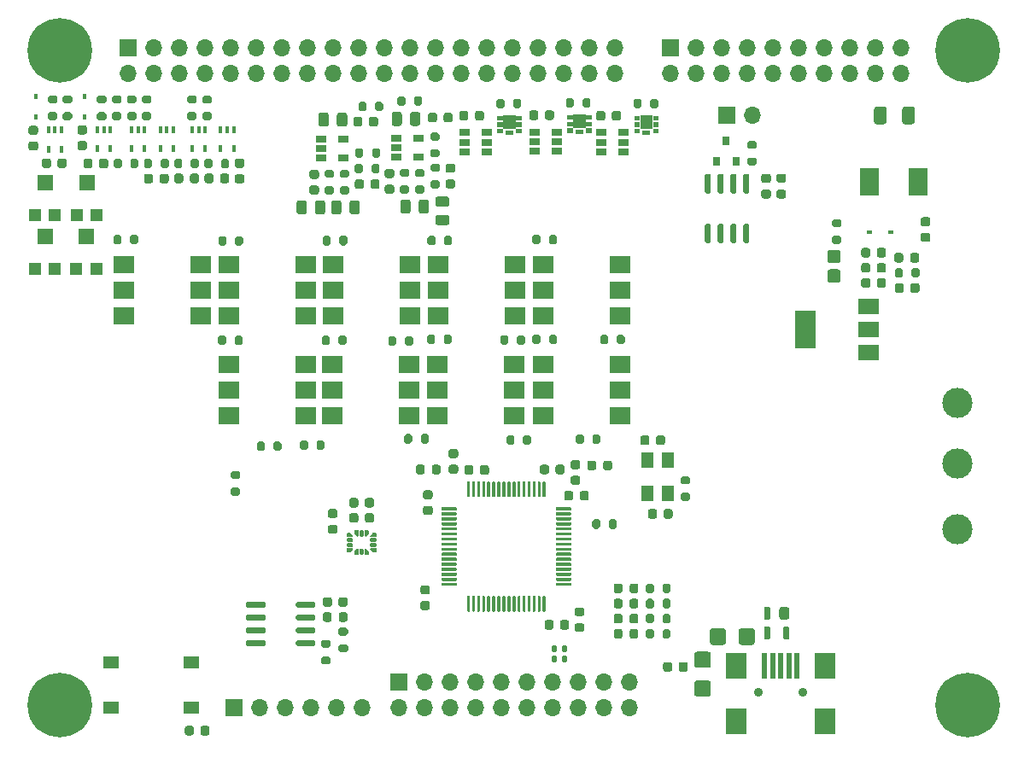
<source format=gts>
G04 #@! TF.GenerationSoftware,KiCad,Pcbnew,(5.1.10)-1*
G04 #@! TF.CreationDate,2022-04-09T14:00:38+02:00*
G04 #@! TF.ProjectId,karta_pomiarowa_v2,6b617274-615f-4706-9f6d-6961726f7761,rev?*
G04 #@! TF.SameCoordinates,Original*
G04 #@! TF.FileFunction,Soldermask,Top*
G04 #@! TF.FilePolarity,Negative*
%FSLAX46Y46*%
G04 Gerber Fmt 4.6, Leading zero omitted, Abs format (unit mm)*
G04 Created by KiCad (PCBNEW (5.1.10)-1) date 2022-04-09 14:00:38*
%MOMM*%
%LPD*%
G01*
G04 APERTURE LIST*
%ADD10C,0.100000*%
%ADD11R,1.300000X1.600000*%
%ADD12R,1.600000X1.500000*%
%ADD13R,1.200000X1.200000*%
%ADD14R,2.000000X1.500000*%
%ADD15R,2.000000X3.800000*%
%ADD16R,1.903000X2.790000*%
%ADD17R,0.450000X0.600000*%
%ADD18R,0.600000X0.450000*%
%ADD19O,1.700000X1.700000*%
%ADD20R,1.700000X1.700000*%
%ADD21R,0.400000X0.650000*%
%ADD22R,1.060000X0.650000*%
%ADD23C,6.400000*%
%ADD24C,3.000000*%
%ADD25R,1.550000X1.300000*%
%ADD26R,2.000000X1.780000*%
%ADD27C,0.900000*%
%ADD28R,0.500000X2.500000*%
%ADD29R,2.000000X2.500000*%
%ADD30R,0.800000X0.900000*%
G04 APERTURE END LIST*
D10*
G36*
X101930000Y-47170000D02*
G01*
X102460000Y-47170000D01*
X102460000Y-47620000D01*
X101930000Y-47620000D01*
X101930000Y-47170000D01*
G37*
G36*
X101930000Y-46520000D02*
G01*
X102460000Y-46520000D01*
X102460000Y-46970000D01*
X101930000Y-46970000D01*
X101930000Y-46520000D01*
G37*
G36*
X101930000Y-47820000D02*
G01*
X102460000Y-47820000D01*
X102460000Y-48270000D01*
X101930000Y-48270000D01*
X101930000Y-47820000D01*
G37*
G36*
X103800000Y-47170000D02*
G01*
X104330000Y-47170000D01*
X104330000Y-47620000D01*
X103800000Y-47620000D01*
X103800000Y-47170000D01*
G37*
G36*
X103800000Y-46520000D02*
G01*
X104330000Y-46520000D01*
X104330000Y-46970000D01*
X103800000Y-46970000D01*
X103800000Y-46520000D01*
G37*
G36*
X103800000Y-47820000D02*
G01*
X104330000Y-47820000D01*
X104330000Y-48270000D01*
X103800000Y-48270000D01*
X103800000Y-47820000D01*
G37*
G36*
X102750000Y-47945000D02*
G01*
X103510000Y-47945000D01*
X103510000Y-48395000D01*
X102750000Y-48395000D01*
X102750000Y-47945000D01*
G37*
G36*
X102530000Y-46435000D02*
G01*
X103730000Y-46435000D01*
X103730000Y-47785000D01*
X102530000Y-47785000D01*
X102530000Y-46435000D01*
G37*
G36*
X95300000Y-47120000D02*
G01*
X95830000Y-47120000D01*
X95830000Y-47570000D01*
X95300000Y-47570000D01*
X95300000Y-47120000D01*
G37*
G36*
X95300000Y-46470000D02*
G01*
X95830000Y-46470000D01*
X95830000Y-46920000D01*
X95300000Y-46920000D01*
X95300000Y-46470000D01*
G37*
G36*
X95300000Y-47770000D02*
G01*
X95830000Y-47770000D01*
X95830000Y-48220000D01*
X95300000Y-48220000D01*
X95300000Y-47770000D01*
G37*
G36*
X97170000Y-47120000D02*
G01*
X97700000Y-47120000D01*
X97700000Y-47570000D01*
X97170000Y-47570000D01*
X97170000Y-47120000D01*
G37*
G36*
X97170000Y-46470000D02*
G01*
X97700000Y-46470000D01*
X97700000Y-46920000D01*
X97170000Y-46920000D01*
X97170000Y-46470000D01*
G37*
G36*
X97170000Y-47770000D02*
G01*
X97700000Y-47770000D01*
X97700000Y-48220000D01*
X97170000Y-48220000D01*
X97170000Y-47770000D01*
G37*
G36*
X96120000Y-47895000D02*
G01*
X96880000Y-47895000D01*
X96880000Y-48345000D01*
X96120000Y-48345000D01*
X96120000Y-47895000D01*
G37*
G36*
X95900000Y-46385000D02*
G01*
X97100000Y-46385000D01*
X97100000Y-47735000D01*
X95900000Y-47735000D01*
X95900000Y-46385000D01*
G37*
G36*
X88360000Y-47170000D02*
G01*
X88890000Y-47170000D01*
X88890000Y-47620000D01*
X88360000Y-47620000D01*
X88360000Y-47170000D01*
G37*
G36*
X88360000Y-46520000D02*
G01*
X88890000Y-46520000D01*
X88890000Y-46970000D01*
X88360000Y-46970000D01*
X88360000Y-46520000D01*
G37*
G36*
X88360000Y-47820000D02*
G01*
X88890000Y-47820000D01*
X88890000Y-48270000D01*
X88360000Y-48270000D01*
X88360000Y-47820000D01*
G37*
G36*
X90230000Y-47170000D02*
G01*
X90760000Y-47170000D01*
X90760000Y-47620000D01*
X90230000Y-47620000D01*
X90230000Y-47170000D01*
G37*
G36*
X90230000Y-46520000D02*
G01*
X90760000Y-46520000D01*
X90760000Y-46970000D01*
X90230000Y-46970000D01*
X90230000Y-46520000D01*
G37*
G36*
X90230000Y-47820000D02*
G01*
X90760000Y-47820000D01*
X90760000Y-48270000D01*
X90230000Y-48270000D01*
X90230000Y-47820000D01*
G37*
G36*
X89180000Y-47945000D02*
G01*
X89940000Y-47945000D01*
X89940000Y-48395000D01*
X89180000Y-48395000D01*
X89180000Y-47945000D01*
G37*
G36*
X88960000Y-46435000D02*
G01*
X90160000Y-46435000D01*
X90160000Y-47785000D01*
X88960000Y-47785000D01*
X88960000Y-46435000D01*
G37*
D11*
X105250000Y-80650000D03*
X105250000Y-83950000D03*
X103250000Y-83950000D03*
X103250000Y-80650000D03*
D12*
X43500000Y-53150000D03*
D13*
X44500000Y-56400000D03*
X42500000Y-56400000D03*
D12*
X43500000Y-58450000D03*
D13*
X44500000Y-61700000D03*
X42500000Y-61700000D03*
D14*
X125180000Y-70040000D03*
X125180000Y-65440000D03*
X125180000Y-67740000D03*
D15*
X118880000Y-67740000D03*
D16*
X130051500Y-53075000D03*
X125198500Y-53075000D03*
D12*
X47650000Y-53150000D03*
D13*
X48650000Y-56400000D03*
X46650000Y-56400000D03*
D12*
X47600000Y-58450000D03*
D13*
X48600000Y-61700000D03*
X46600000Y-61700000D03*
G36*
G01*
X73700000Y-56050001D02*
X73700000Y-55149999D01*
G75*
G02*
X73949999Y-54900000I249999J0D01*
G01*
X74475001Y-54900000D01*
G75*
G02*
X74725000Y-55149999I0J-249999D01*
G01*
X74725000Y-56050001D01*
G75*
G02*
X74475001Y-56300000I-249999J0D01*
G01*
X73949999Y-56300000D01*
G75*
G02*
X73700000Y-56050001I0J249999D01*
G01*
G37*
G36*
G01*
X71875000Y-56050001D02*
X71875000Y-55149999D01*
G75*
G02*
X72124999Y-54900000I249999J0D01*
G01*
X72650001Y-54900000D01*
G75*
G02*
X72900000Y-55149999I0J-249999D01*
G01*
X72900000Y-56050001D01*
G75*
G02*
X72650001Y-56300000I-249999J0D01*
G01*
X72124999Y-56300000D01*
G75*
G02*
X71875000Y-56050001I0J249999D01*
G01*
G37*
G36*
G01*
X70275000Y-56050001D02*
X70275000Y-55149999D01*
G75*
G02*
X70524999Y-54900000I249999J0D01*
G01*
X71050001Y-54900000D01*
G75*
G02*
X71300000Y-55149999I0J-249999D01*
G01*
X71300000Y-56050001D01*
G75*
G02*
X71050001Y-56300000I-249999J0D01*
G01*
X70524999Y-56300000D01*
G75*
G02*
X70275000Y-56050001I0J249999D01*
G01*
G37*
G36*
G01*
X68450000Y-56050001D02*
X68450000Y-55149999D01*
G75*
G02*
X68699999Y-54900000I249999J0D01*
G01*
X69225001Y-54900000D01*
G75*
G02*
X69475000Y-55149999I0J-249999D01*
G01*
X69475000Y-56050001D01*
G75*
G02*
X69225001Y-56300000I-249999J0D01*
G01*
X68699999Y-56300000D01*
G75*
G02*
X68450000Y-56050001I0J249999D01*
G01*
G37*
G36*
G01*
X72450000Y-47350001D02*
X72450000Y-46449999D01*
G75*
G02*
X72699999Y-46200000I249999J0D01*
G01*
X73225001Y-46200000D01*
G75*
G02*
X73475000Y-46449999I0J-249999D01*
G01*
X73475000Y-47350001D01*
G75*
G02*
X73225001Y-47600000I-249999J0D01*
G01*
X72699999Y-47600000D01*
G75*
G02*
X72450000Y-47350001I0J249999D01*
G01*
G37*
G36*
G01*
X70625000Y-47350001D02*
X70625000Y-46449999D01*
G75*
G02*
X70874999Y-46200000I249999J0D01*
G01*
X71400001Y-46200000D01*
G75*
G02*
X71650000Y-46449999I0J-249999D01*
G01*
X71650000Y-47350001D01*
G75*
G02*
X71400001Y-47600000I-249999J0D01*
G01*
X70874999Y-47600000D01*
G75*
G02*
X70625000Y-47350001I0J249999D01*
G01*
G37*
G36*
G01*
X79750000Y-55074999D02*
X79750000Y-55975001D01*
G75*
G02*
X79500001Y-56225000I-249999J0D01*
G01*
X78974999Y-56225000D01*
G75*
G02*
X78725000Y-55975001I0J249999D01*
G01*
X78725000Y-55074999D01*
G75*
G02*
X78974999Y-54825000I249999J0D01*
G01*
X79500001Y-54825000D01*
G75*
G02*
X79750000Y-55074999I0J-249999D01*
G01*
G37*
G36*
G01*
X81575000Y-55074999D02*
X81575000Y-55975001D01*
G75*
G02*
X81325001Y-56225000I-249999J0D01*
G01*
X80799999Y-56225000D01*
G75*
G02*
X80550000Y-55975001I0J249999D01*
G01*
X80550000Y-55074999D01*
G75*
G02*
X80799999Y-54825000I249999J0D01*
G01*
X81325001Y-54825000D01*
G75*
G02*
X81575000Y-55074999I0J-249999D01*
G01*
G37*
G36*
G01*
X83350001Y-55550000D02*
X82449999Y-55550000D01*
G75*
G02*
X82200000Y-55300001I0J249999D01*
G01*
X82200000Y-54774999D01*
G75*
G02*
X82449999Y-54525000I249999J0D01*
G01*
X83350001Y-54525000D01*
G75*
G02*
X83600000Y-54774999I0J-249999D01*
G01*
X83600000Y-55300001D01*
G75*
G02*
X83350001Y-55550000I-249999J0D01*
G01*
G37*
G36*
G01*
X83350001Y-57375000D02*
X82449999Y-57375000D01*
G75*
G02*
X82200000Y-57125001I0J249999D01*
G01*
X82200000Y-56599999D01*
G75*
G02*
X82449999Y-56350000I249999J0D01*
G01*
X83350001Y-56350000D01*
G75*
G02*
X83600000Y-56599999I0J-249999D01*
G01*
X83600000Y-57125001D01*
G75*
G02*
X83350001Y-57375000I-249999J0D01*
G01*
G37*
G36*
G01*
X79700000Y-47275001D02*
X79700000Y-46374999D01*
G75*
G02*
X79949999Y-46125000I249999J0D01*
G01*
X80475001Y-46125000D01*
G75*
G02*
X80725000Y-46374999I0J-249999D01*
G01*
X80725000Y-47275001D01*
G75*
G02*
X80475001Y-47525000I-249999J0D01*
G01*
X79949999Y-47525000D01*
G75*
G02*
X79700000Y-47275001I0J249999D01*
G01*
G37*
G36*
G01*
X77875000Y-47275001D02*
X77875000Y-46374999D01*
G75*
G02*
X78124999Y-46125000I249999J0D01*
G01*
X78650001Y-46125000D01*
G75*
G02*
X78900000Y-46374999I0J-249999D01*
G01*
X78900000Y-47275001D01*
G75*
G02*
X78650001Y-47525000I-249999J0D01*
G01*
X78124999Y-47525000D01*
G75*
G02*
X77875000Y-47275001I0J249999D01*
G01*
G37*
G36*
G01*
X111025000Y-97600000D02*
X111025000Y-98750000D01*
G75*
G02*
X110775000Y-99000000I-250000J0D01*
G01*
X109675000Y-99000000D01*
G75*
G02*
X109425000Y-98750000I0J250000D01*
G01*
X109425000Y-97600000D01*
G75*
G02*
X109675000Y-97350000I250000J0D01*
G01*
X110775000Y-97350000D01*
G75*
G02*
X111025000Y-97600000I0J-250000D01*
G01*
G37*
G36*
G01*
X113875000Y-97600000D02*
X113875000Y-98750000D01*
G75*
G02*
X113625000Y-99000000I-250000J0D01*
G01*
X112525000Y-99000000D01*
G75*
G02*
X112275000Y-98750000I0J250000D01*
G01*
X112275000Y-97600000D01*
G75*
G02*
X112525000Y-97350000I250000J0D01*
G01*
X113625000Y-97350000D01*
G75*
G02*
X113875000Y-97600000I0J-250000D01*
G01*
G37*
G36*
G01*
X109275000Y-101275000D02*
X108125000Y-101275000D01*
G75*
G02*
X107875000Y-101025000I0J250000D01*
G01*
X107875000Y-99925000D01*
G75*
G02*
X108125000Y-99675000I250000J0D01*
G01*
X109275000Y-99675000D01*
G75*
G02*
X109525000Y-99925000I0J-250000D01*
G01*
X109525000Y-101025000D01*
G75*
G02*
X109275000Y-101275000I-250000J0D01*
G01*
G37*
G36*
G01*
X109275000Y-104125000D02*
X108125000Y-104125000D01*
G75*
G02*
X107875000Y-103875000I0J250000D01*
G01*
X107875000Y-102775000D01*
G75*
G02*
X108125000Y-102525000I250000J0D01*
G01*
X109275000Y-102525000D01*
G75*
G02*
X109525000Y-102775000I0J-250000D01*
G01*
X109525000Y-103875000D01*
G75*
G02*
X109275000Y-104125000I-250000J0D01*
G01*
G37*
G36*
G01*
X126945000Y-45855000D02*
X126945000Y-47105000D01*
G75*
G02*
X126695000Y-47355000I-250000J0D01*
G01*
X125945000Y-47355000D01*
G75*
G02*
X125695000Y-47105000I0J250000D01*
G01*
X125695000Y-45855000D01*
G75*
G02*
X125945000Y-45605000I250000J0D01*
G01*
X126695000Y-45605000D01*
G75*
G02*
X126945000Y-45855000I0J-250000D01*
G01*
G37*
G36*
G01*
X129745000Y-45855000D02*
X129745000Y-47105000D01*
G75*
G02*
X129495000Y-47355000I-250000J0D01*
G01*
X128745000Y-47355000D01*
G75*
G02*
X128495000Y-47105000I0J250000D01*
G01*
X128495000Y-45855000D01*
G75*
G02*
X128745000Y-45605000I250000J0D01*
G01*
X129495000Y-45605000D01*
G75*
G02*
X129745000Y-45855000I0J-250000D01*
G01*
G37*
G36*
G01*
X116793500Y-97190000D02*
X117206500Y-97190000D01*
G75*
G02*
X117295000Y-97278500I0J-88500D01*
G01*
X117295000Y-98361500D01*
G75*
G02*
X117206500Y-98450000I-88500J0D01*
G01*
X116793500Y-98450000D01*
G75*
G02*
X116705000Y-98361500I0J88500D01*
G01*
X116705000Y-97278500D01*
G75*
G02*
X116793500Y-97190000I88500J0D01*
G01*
G37*
G36*
G01*
X114893500Y-97190000D02*
X115306500Y-97190000D01*
G75*
G02*
X115395000Y-97278500I0J-88500D01*
G01*
X115395000Y-98361500D01*
G75*
G02*
X115306500Y-98450000I-88500J0D01*
G01*
X114893500Y-98450000D01*
G75*
G02*
X114805000Y-98361500I0J88500D01*
G01*
X114805000Y-97278500D01*
G75*
G02*
X114893500Y-97190000I88500J0D01*
G01*
G37*
G36*
G01*
X114893500Y-95230000D02*
X115306500Y-95230000D01*
G75*
G02*
X115395000Y-95318500I0J-88500D01*
G01*
X115395000Y-96401500D01*
G75*
G02*
X115306500Y-96490000I-88500J0D01*
G01*
X114893500Y-96490000D01*
G75*
G02*
X114805000Y-96401500I0J88500D01*
G01*
X114805000Y-95318500D01*
G75*
G02*
X114893500Y-95230000I88500J0D01*
G01*
G37*
G36*
G01*
X116552500Y-95230000D02*
X117047500Y-95230000D01*
G75*
G02*
X117295000Y-95477500I0J-247500D01*
G01*
X117295000Y-96242500D01*
G75*
G02*
X117047500Y-96490000I-247500J0D01*
G01*
X116552500Y-96490000D01*
G75*
G02*
X116305000Y-96242500I0J247500D01*
G01*
X116305000Y-95477500D01*
G75*
G02*
X116552500Y-95230000I247500J0D01*
G01*
G37*
D17*
X47410000Y-44560000D03*
X47410000Y-46660000D03*
X42563500Y-44560000D03*
X42563500Y-46660000D03*
G36*
G01*
X90055000Y-78415000D02*
X90055000Y-78965000D01*
G75*
G02*
X89855000Y-79165000I-200000J0D01*
G01*
X89455000Y-79165000D01*
G75*
G02*
X89255000Y-78965000I0J200000D01*
G01*
X89255000Y-78415000D01*
G75*
G02*
X89455000Y-78215000I200000J0D01*
G01*
X89855000Y-78215000D01*
G75*
G02*
X90055000Y-78415000I0J-200000D01*
G01*
G37*
G36*
G01*
X91705000Y-78415000D02*
X91705000Y-78965000D01*
G75*
G02*
X91505000Y-79165000I-200000J0D01*
G01*
X91105000Y-79165000D01*
G75*
G02*
X90905000Y-78965000I0J200000D01*
G01*
X90905000Y-78415000D01*
G75*
G02*
X91105000Y-78215000I200000J0D01*
G01*
X91505000Y-78215000D01*
G75*
G02*
X91705000Y-78415000I0J-200000D01*
G01*
G37*
G36*
G01*
X79910000Y-78285000D02*
X79910000Y-78835000D01*
G75*
G02*
X79710000Y-79035000I-200000J0D01*
G01*
X79310000Y-79035000D01*
G75*
G02*
X79110000Y-78835000I0J200000D01*
G01*
X79110000Y-78285000D01*
G75*
G02*
X79310000Y-78085000I200000J0D01*
G01*
X79710000Y-78085000D01*
G75*
G02*
X79910000Y-78285000I0J-200000D01*
G01*
G37*
G36*
G01*
X81560000Y-78285000D02*
X81560000Y-78835000D01*
G75*
G02*
X81360000Y-79035000I-200000J0D01*
G01*
X80960000Y-79035000D01*
G75*
G02*
X80760000Y-78835000I0J200000D01*
G01*
X80760000Y-78285000D01*
G75*
G02*
X80960000Y-78085000I200000J0D01*
G01*
X81360000Y-78085000D01*
G75*
G02*
X81560000Y-78285000I0J-200000D01*
G01*
G37*
G36*
G01*
X99345000Y-68445000D02*
X99345000Y-68995000D01*
G75*
G02*
X99145000Y-69195000I-200000J0D01*
G01*
X98745000Y-69195000D01*
G75*
G02*
X98545000Y-68995000I0J200000D01*
G01*
X98545000Y-68445000D01*
G75*
G02*
X98745000Y-68245000I200000J0D01*
G01*
X99145000Y-68245000D01*
G75*
G02*
X99345000Y-68445000I0J-200000D01*
G01*
G37*
G36*
G01*
X100995000Y-68445000D02*
X100995000Y-68995000D01*
G75*
G02*
X100795000Y-69195000I-200000J0D01*
G01*
X100395000Y-69195000D01*
G75*
G02*
X100195000Y-68995000I0J200000D01*
G01*
X100195000Y-68445000D01*
G75*
G02*
X100395000Y-68245000I200000J0D01*
G01*
X100795000Y-68245000D01*
G75*
G02*
X100995000Y-68445000I0J-200000D01*
G01*
G37*
G36*
G01*
X97775000Y-78875000D02*
X97775000Y-78325000D01*
G75*
G02*
X97975000Y-78125000I200000J0D01*
G01*
X98375000Y-78125000D01*
G75*
G02*
X98575000Y-78325000I0J-200000D01*
G01*
X98575000Y-78875000D01*
G75*
G02*
X98375000Y-79075000I-200000J0D01*
G01*
X97975000Y-79075000D01*
G75*
G02*
X97775000Y-78875000I0J200000D01*
G01*
G37*
G36*
G01*
X96125000Y-78875000D02*
X96125000Y-78325000D01*
G75*
G02*
X96325000Y-78125000I200000J0D01*
G01*
X96725000Y-78125000D01*
G75*
G02*
X96925000Y-78325000I0J-200000D01*
G01*
X96925000Y-78875000D01*
G75*
G02*
X96725000Y-79075000I-200000J0D01*
G01*
X96325000Y-79075000D01*
G75*
G02*
X96125000Y-78875000I0J200000D01*
G01*
G37*
G36*
G01*
X70435000Y-79465000D02*
X70435000Y-78915000D01*
G75*
G02*
X70635000Y-78715000I200000J0D01*
G01*
X71035000Y-78715000D01*
G75*
G02*
X71235000Y-78915000I0J-200000D01*
G01*
X71235000Y-79465000D01*
G75*
G02*
X71035000Y-79665000I-200000J0D01*
G01*
X70635000Y-79665000D01*
G75*
G02*
X70435000Y-79465000I0J200000D01*
G01*
G37*
G36*
G01*
X68785000Y-79465000D02*
X68785000Y-78915000D01*
G75*
G02*
X68985000Y-78715000I200000J0D01*
G01*
X69385000Y-78715000D01*
G75*
G02*
X69585000Y-78915000I0J-200000D01*
G01*
X69585000Y-79465000D01*
G75*
G02*
X69385000Y-79665000I-200000J0D01*
G01*
X68985000Y-79665000D01*
G75*
G02*
X68785000Y-79465000I0J200000D01*
G01*
G37*
G36*
G01*
X90285000Y-69025000D02*
X90285000Y-68475000D01*
G75*
G02*
X90485000Y-68275000I200000J0D01*
G01*
X90885000Y-68275000D01*
G75*
G02*
X91085000Y-68475000I0J-200000D01*
G01*
X91085000Y-69025000D01*
G75*
G02*
X90885000Y-69225000I-200000J0D01*
G01*
X90485000Y-69225000D01*
G75*
G02*
X90285000Y-69025000I0J200000D01*
G01*
G37*
G36*
G01*
X88635000Y-69025000D02*
X88635000Y-68475000D01*
G75*
G02*
X88835000Y-68275000I200000J0D01*
G01*
X89235000Y-68275000D01*
G75*
G02*
X89435000Y-68475000I0J-200000D01*
G01*
X89435000Y-69025000D01*
G75*
G02*
X89235000Y-69225000I-200000J0D01*
G01*
X88835000Y-69225000D01*
G75*
G02*
X88635000Y-69025000I0J200000D01*
G01*
G37*
G36*
G01*
X78345000Y-68585000D02*
X78345000Y-69135000D01*
G75*
G02*
X78145000Y-69335000I-200000J0D01*
G01*
X77745000Y-69335000D01*
G75*
G02*
X77545000Y-69135000I0J200000D01*
G01*
X77545000Y-68585000D01*
G75*
G02*
X77745000Y-68385000I200000J0D01*
G01*
X78145000Y-68385000D01*
G75*
G02*
X78345000Y-68585000I0J-200000D01*
G01*
G37*
G36*
G01*
X79995000Y-68585000D02*
X79995000Y-69135000D01*
G75*
G02*
X79795000Y-69335000I-200000J0D01*
G01*
X79395000Y-69335000D01*
G75*
G02*
X79195000Y-69135000I0J200000D01*
G01*
X79195000Y-68585000D01*
G75*
G02*
X79395000Y-68385000I200000J0D01*
G01*
X79795000Y-68385000D01*
G75*
G02*
X79995000Y-68585000I0J-200000D01*
G01*
G37*
G36*
G01*
X66155000Y-79575000D02*
X66155000Y-79025000D01*
G75*
G02*
X66355000Y-78825000I200000J0D01*
G01*
X66755000Y-78825000D01*
G75*
G02*
X66955000Y-79025000I0J-200000D01*
G01*
X66955000Y-79575000D01*
G75*
G02*
X66755000Y-79775000I-200000J0D01*
G01*
X66355000Y-79775000D01*
G75*
G02*
X66155000Y-79575000I0J200000D01*
G01*
G37*
G36*
G01*
X64505000Y-79575000D02*
X64505000Y-79025000D01*
G75*
G02*
X64705000Y-78825000I200000J0D01*
G01*
X65105000Y-78825000D01*
G75*
G02*
X65305000Y-79025000I0J-200000D01*
G01*
X65305000Y-79575000D01*
G75*
G02*
X65105000Y-79775000I-200000J0D01*
G01*
X64705000Y-79775000D01*
G75*
G02*
X64505000Y-79575000I0J200000D01*
G01*
G37*
G36*
G01*
X62665000Y-82560000D02*
X62115000Y-82560000D01*
G75*
G02*
X61915000Y-82360000I0J200000D01*
G01*
X61915000Y-81960000D01*
G75*
G02*
X62115000Y-81760000I200000J0D01*
G01*
X62665000Y-81760000D01*
G75*
G02*
X62865000Y-81960000I0J-200000D01*
G01*
X62865000Y-82360000D01*
G75*
G02*
X62665000Y-82560000I-200000J0D01*
G01*
G37*
G36*
G01*
X62665000Y-84210000D02*
X62115000Y-84210000D01*
G75*
G02*
X61915000Y-84010000I0J200000D01*
G01*
X61915000Y-83610000D01*
G75*
G02*
X62115000Y-83410000I200000J0D01*
G01*
X62665000Y-83410000D01*
G75*
G02*
X62865000Y-83610000I0J-200000D01*
G01*
X62865000Y-84010000D01*
G75*
G02*
X62665000Y-84210000I-200000J0D01*
G01*
G37*
D18*
X127350000Y-58100000D03*
X125250000Y-58100000D03*
D19*
X74980000Y-105190000D03*
X72440000Y-105190000D03*
X69900000Y-105190000D03*
X67360000Y-105190000D03*
X64820000Y-105190000D03*
D20*
X62280000Y-105190000D03*
D21*
X56250000Y-49800000D03*
X54950000Y-49800000D03*
X55600000Y-47900000D03*
X54950000Y-47900000D03*
X56250000Y-47900000D03*
X53400000Y-49800000D03*
X52100000Y-49800000D03*
X52750000Y-47900000D03*
X52100000Y-47900000D03*
X53400000Y-47900000D03*
X62235001Y-49799329D03*
X60935001Y-49799329D03*
X61585001Y-47899329D03*
X60935001Y-47899329D03*
X62235001Y-47899329D03*
X59385001Y-49799329D03*
X58085001Y-49799329D03*
X58735001Y-47899329D03*
X58085001Y-47899329D03*
X59385001Y-47899329D03*
D22*
X73100000Y-48800000D03*
X73100000Y-50700000D03*
X70900000Y-50700000D03*
X70900000Y-49750000D03*
X70900000Y-48800000D03*
X80510000Y-48720000D03*
X80510000Y-50620000D03*
X78310000Y-50620000D03*
X78310000Y-49670000D03*
X78310000Y-48720000D03*
G36*
G01*
X54125000Y-50975000D02*
X54125000Y-51525000D01*
G75*
G02*
X53925000Y-51725000I-200000J0D01*
G01*
X53525000Y-51725000D01*
G75*
G02*
X53325000Y-51525000I0J200000D01*
G01*
X53325000Y-50975000D01*
G75*
G02*
X53525000Y-50775000I200000J0D01*
G01*
X53925000Y-50775000D01*
G75*
G02*
X54125000Y-50975000I0J-200000D01*
G01*
G37*
G36*
G01*
X55775000Y-50975000D02*
X55775000Y-51525000D01*
G75*
G02*
X55575000Y-51725000I-200000J0D01*
G01*
X55175000Y-51725000D01*
G75*
G02*
X54975000Y-51525000I0J200000D01*
G01*
X54975000Y-50975000D01*
G75*
G02*
X55175000Y-50775000I200000J0D01*
G01*
X55575000Y-50775000D01*
G75*
G02*
X55775000Y-50975000I0J-200000D01*
G01*
G37*
G36*
G01*
X51825000Y-46155000D02*
X52375000Y-46155000D01*
G75*
G02*
X52575000Y-46355000I0J-200000D01*
G01*
X52575000Y-46755000D01*
G75*
G02*
X52375000Y-46955000I-200000J0D01*
G01*
X51825000Y-46955000D01*
G75*
G02*
X51625000Y-46755000I0J200000D01*
G01*
X51625000Y-46355000D01*
G75*
G02*
X51825000Y-46155000I200000J0D01*
G01*
G37*
G36*
G01*
X51825000Y-44505000D02*
X52375000Y-44505000D01*
G75*
G02*
X52575000Y-44705000I0J-200000D01*
G01*
X52575000Y-45105000D01*
G75*
G02*
X52375000Y-45305000I-200000J0D01*
G01*
X51825000Y-45305000D01*
G75*
G02*
X51625000Y-45105000I0J200000D01*
G01*
X51625000Y-44705000D01*
G75*
G02*
X51825000Y-44505000I200000J0D01*
G01*
G37*
G36*
G01*
X51125000Y-50975000D02*
X51125000Y-51525000D01*
G75*
G02*
X50925000Y-51725000I-200000J0D01*
G01*
X50525000Y-51725000D01*
G75*
G02*
X50325000Y-51525000I0J200000D01*
G01*
X50325000Y-50975000D01*
G75*
G02*
X50525000Y-50775000I200000J0D01*
G01*
X50925000Y-50775000D01*
G75*
G02*
X51125000Y-50975000I0J-200000D01*
G01*
G37*
G36*
G01*
X52775000Y-50975000D02*
X52775000Y-51525000D01*
G75*
G02*
X52575000Y-51725000I-200000J0D01*
G01*
X52175000Y-51725000D01*
G75*
G02*
X51975000Y-51525000I0J200000D01*
G01*
X51975000Y-50975000D01*
G75*
G02*
X52175000Y-50775000I200000J0D01*
G01*
X52575000Y-50775000D01*
G75*
G02*
X52775000Y-50975000I0J-200000D01*
G01*
G37*
G36*
G01*
X53875000Y-45305000D02*
X53325000Y-45305000D01*
G75*
G02*
X53125000Y-45105000I0J200000D01*
G01*
X53125000Y-44705000D01*
G75*
G02*
X53325000Y-44505000I200000J0D01*
G01*
X53875000Y-44505000D01*
G75*
G02*
X54075000Y-44705000I0J-200000D01*
G01*
X54075000Y-45105000D01*
G75*
G02*
X53875000Y-45305000I-200000J0D01*
G01*
G37*
G36*
G01*
X53875000Y-46955000D02*
X53325000Y-46955000D01*
G75*
G02*
X53125000Y-46755000I0J200000D01*
G01*
X53125000Y-46355000D01*
G75*
G02*
X53325000Y-46155000I200000J0D01*
G01*
X53875000Y-46155000D01*
G75*
G02*
X54075000Y-46355000I0J-200000D01*
G01*
X54075000Y-46755000D01*
G75*
G02*
X53875000Y-46955000I-200000J0D01*
G01*
G37*
G36*
G01*
X60110001Y-50974329D02*
X60110001Y-51524329D01*
G75*
G02*
X59910001Y-51724329I-200000J0D01*
G01*
X59510001Y-51724329D01*
G75*
G02*
X59310001Y-51524329I0J200000D01*
G01*
X59310001Y-50974329D01*
G75*
G02*
X59510001Y-50774329I200000J0D01*
G01*
X59910001Y-50774329D01*
G75*
G02*
X60110001Y-50974329I0J-200000D01*
G01*
G37*
G36*
G01*
X61760001Y-50974329D02*
X61760001Y-51524329D01*
G75*
G02*
X61560001Y-51724329I-200000J0D01*
G01*
X61160001Y-51724329D01*
G75*
G02*
X60960001Y-51524329I0J200000D01*
G01*
X60960001Y-50974329D01*
G75*
G02*
X61160001Y-50774329I200000J0D01*
G01*
X61560001Y-50774329D01*
G75*
G02*
X61760001Y-50974329I0J-200000D01*
G01*
G37*
G36*
G01*
X57810001Y-46154329D02*
X58360001Y-46154329D01*
G75*
G02*
X58560001Y-46354329I0J-200000D01*
G01*
X58560001Y-46754329D01*
G75*
G02*
X58360001Y-46954329I-200000J0D01*
G01*
X57810001Y-46954329D01*
G75*
G02*
X57610001Y-46754329I0J200000D01*
G01*
X57610001Y-46354329D01*
G75*
G02*
X57810001Y-46154329I200000J0D01*
G01*
G37*
G36*
G01*
X57810001Y-44504329D02*
X58360001Y-44504329D01*
G75*
G02*
X58560001Y-44704329I0J-200000D01*
G01*
X58560001Y-45104329D01*
G75*
G02*
X58360001Y-45304329I-200000J0D01*
G01*
X57810001Y-45304329D01*
G75*
G02*
X57610001Y-45104329I0J200000D01*
G01*
X57610001Y-44704329D01*
G75*
G02*
X57810001Y-44504329I200000J0D01*
G01*
G37*
G36*
G01*
X57110001Y-50974329D02*
X57110001Y-51524329D01*
G75*
G02*
X56910001Y-51724329I-200000J0D01*
G01*
X56510001Y-51724329D01*
G75*
G02*
X56310001Y-51524329I0J200000D01*
G01*
X56310001Y-50974329D01*
G75*
G02*
X56510001Y-50774329I200000J0D01*
G01*
X56910001Y-50774329D01*
G75*
G02*
X57110001Y-50974329I0J-200000D01*
G01*
G37*
G36*
G01*
X58760001Y-50974329D02*
X58760001Y-51524329D01*
G75*
G02*
X58560001Y-51724329I-200000J0D01*
G01*
X58160001Y-51724329D01*
G75*
G02*
X57960001Y-51524329I0J200000D01*
G01*
X57960001Y-50974329D01*
G75*
G02*
X58160001Y-50774329I200000J0D01*
G01*
X58560001Y-50774329D01*
G75*
G02*
X58760001Y-50974329I0J-200000D01*
G01*
G37*
G36*
G01*
X59860001Y-45304329D02*
X59310001Y-45304329D01*
G75*
G02*
X59110001Y-45104329I0J200000D01*
G01*
X59110001Y-44704329D01*
G75*
G02*
X59310001Y-44504329I200000J0D01*
G01*
X59860001Y-44504329D01*
G75*
G02*
X60060001Y-44704329I0J-200000D01*
G01*
X60060001Y-45104329D01*
G75*
G02*
X59860001Y-45304329I-200000J0D01*
G01*
G37*
G36*
G01*
X59860001Y-46954329D02*
X59310001Y-46954329D01*
G75*
G02*
X59110001Y-46754329I0J200000D01*
G01*
X59110001Y-46354329D01*
G75*
G02*
X59310001Y-46154329I200000J0D01*
G01*
X59860001Y-46154329D01*
G75*
G02*
X60060001Y-46354329I0J-200000D01*
G01*
X60060001Y-46754329D01*
G75*
G02*
X59860001Y-46954329I-200000J0D01*
G01*
G37*
G36*
G01*
X75075000Y-49925000D02*
X75075000Y-50475000D01*
G75*
G02*
X74875000Y-50675000I-200000J0D01*
G01*
X74475000Y-50675000D01*
G75*
G02*
X74275000Y-50475000I0J200000D01*
G01*
X74275000Y-49925000D01*
G75*
G02*
X74475000Y-49725000I200000J0D01*
G01*
X74875000Y-49725000D01*
G75*
G02*
X75075000Y-49925000I0J-200000D01*
G01*
G37*
G36*
G01*
X76725000Y-49925000D02*
X76725000Y-50475000D01*
G75*
G02*
X76525000Y-50675000I-200000J0D01*
G01*
X76125000Y-50675000D01*
G75*
G02*
X75925000Y-50475000I0J200000D01*
G01*
X75925000Y-49925000D01*
G75*
G02*
X76125000Y-49725000I200000J0D01*
G01*
X76525000Y-49725000D01*
G75*
G02*
X76725000Y-49925000I0J-200000D01*
G01*
G37*
G36*
G01*
X75025000Y-51475000D02*
X75025000Y-52025000D01*
G75*
G02*
X74825000Y-52225000I-200000J0D01*
G01*
X74425000Y-52225000D01*
G75*
G02*
X74225000Y-52025000I0J200000D01*
G01*
X74225000Y-51475000D01*
G75*
G02*
X74425000Y-51275000I200000J0D01*
G01*
X74825000Y-51275000D01*
G75*
G02*
X75025000Y-51475000I0J-200000D01*
G01*
G37*
G36*
G01*
X76675000Y-51475000D02*
X76675000Y-52025000D01*
G75*
G02*
X76475000Y-52225000I-200000J0D01*
G01*
X76075000Y-52225000D01*
G75*
G02*
X75875000Y-52025000I0J200000D01*
G01*
X75875000Y-51475000D01*
G75*
G02*
X76075000Y-51275000I200000J0D01*
G01*
X76475000Y-51275000D01*
G75*
G02*
X76675000Y-51475000I0J-200000D01*
G01*
G37*
G36*
G01*
X71425000Y-53525000D02*
X71975000Y-53525000D01*
G75*
G02*
X72175000Y-53725000I0J-200000D01*
G01*
X72175000Y-54125000D01*
G75*
G02*
X71975000Y-54325000I-200000J0D01*
G01*
X71425000Y-54325000D01*
G75*
G02*
X71225000Y-54125000I0J200000D01*
G01*
X71225000Y-53725000D01*
G75*
G02*
X71425000Y-53525000I200000J0D01*
G01*
G37*
G36*
G01*
X71425000Y-51875000D02*
X71975000Y-51875000D01*
G75*
G02*
X72175000Y-52075000I0J-200000D01*
G01*
X72175000Y-52475000D01*
G75*
G02*
X71975000Y-52675000I-200000J0D01*
G01*
X71425000Y-52675000D01*
G75*
G02*
X71225000Y-52475000I0J200000D01*
G01*
X71225000Y-52075000D01*
G75*
G02*
X71425000Y-51875000I200000J0D01*
G01*
G37*
G36*
G01*
X75375000Y-45325000D02*
X75375000Y-45875000D01*
G75*
G02*
X75175000Y-46075000I-200000J0D01*
G01*
X74775000Y-46075000D01*
G75*
G02*
X74575000Y-45875000I0J200000D01*
G01*
X74575000Y-45325000D01*
G75*
G02*
X74775000Y-45125000I200000J0D01*
G01*
X75175000Y-45125000D01*
G75*
G02*
X75375000Y-45325000I0J-200000D01*
G01*
G37*
G36*
G01*
X77025000Y-45325000D02*
X77025000Y-45875000D01*
G75*
G02*
X76825000Y-46075000I-200000J0D01*
G01*
X76425000Y-46075000D01*
G75*
G02*
X76225000Y-45875000I0J200000D01*
G01*
X76225000Y-45325000D01*
G75*
G02*
X76425000Y-45125000I200000J0D01*
G01*
X76825000Y-45125000D01*
G75*
G02*
X77025000Y-45325000I0J-200000D01*
G01*
G37*
G36*
G01*
X72925000Y-53525000D02*
X73475000Y-53525000D01*
G75*
G02*
X73675000Y-53725000I0J-200000D01*
G01*
X73675000Y-54125000D01*
G75*
G02*
X73475000Y-54325000I-200000J0D01*
G01*
X72925000Y-54325000D01*
G75*
G02*
X72725000Y-54125000I0J200000D01*
G01*
X72725000Y-53725000D01*
G75*
G02*
X72925000Y-53525000I200000J0D01*
G01*
G37*
G36*
G01*
X72925000Y-51875000D02*
X73475000Y-51875000D01*
G75*
G02*
X73675000Y-52075000I0J-200000D01*
G01*
X73675000Y-52475000D01*
G75*
G02*
X73475000Y-52675000I-200000J0D01*
G01*
X72925000Y-52675000D01*
G75*
G02*
X72725000Y-52475000I0J200000D01*
G01*
X72725000Y-52075000D01*
G75*
G02*
X72925000Y-51875000I200000J0D01*
G01*
G37*
G36*
G01*
X82435000Y-48995000D02*
X81885000Y-48995000D01*
G75*
G02*
X81685000Y-48795000I0J200000D01*
G01*
X81685000Y-48395000D01*
G75*
G02*
X81885000Y-48195000I200000J0D01*
G01*
X82435000Y-48195000D01*
G75*
G02*
X82635000Y-48395000I0J-200000D01*
G01*
X82635000Y-48795000D01*
G75*
G02*
X82435000Y-48995000I-200000J0D01*
G01*
G37*
G36*
G01*
X82435000Y-50645000D02*
X81885000Y-50645000D01*
G75*
G02*
X81685000Y-50445000I0J200000D01*
G01*
X81685000Y-50045000D01*
G75*
G02*
X81885000Y-49845000I200000J0D01*
G01*
X82435000Y-49845000D01*
G75*
G02*
X82635000Y-50045000I0J-200000D01*
G01*
X82635000Y-50445000D01*
G75*
G02*
X82435000Y-50645000I-200000J0D01*
G01*
G37*
G36*
G01*
X82475000Y-52075000D02*
X81925000Y-52075000D01*
G75*
G02*
X81725000Y-51875000I0J200000D01*
G01*
X81725000Y-51475000D01*
G75*
G02*
X81925000Y-51275000I200000J0D01*
G01*
X82475000Y-51275000D01*
G75*
G02*
X82675000Y-51475000I0J-200000D01*
G01*
X82675000Y-51875000D01*
G75*
G02*
X82475000Y-52075000I-200000J0D01*
G01*
G37*
G36*
G01*
X82475000Y-53725000D02*
X81925000Y-53725000D01*
G75*
G02*
X81725000Y-53525000I0J200000D01*
G01*
X81725000Y-53125000D01*
G75*
G02*
X81925000Y-52925000I200000J0D01*
G01*
X82475000Y-52925000D01*
G75*
G02*
X82675000Y-53125000I0J-200000D01*
G01*
X82675000Y-53525000D01*
G75*
G02*
X82475000Y-53725000I-200000J0D01*
G01*
G37*
G36*
G01*
X78885000Y-53445000D02*
X79435000Y-53445000D01*
G75*
G02*
X79635000Y-53645000I0J-200000D01*
G01*
X79635000Y-54045000D01*
G75*
G02*
X79435000Y-54245000I-200000J0D01*
G01*
X78885000Y-54245000D01*
G75*
G02*
X78685000Y-54045000I0J200000D01*
G01*
X78685000Y-53645000D01*
G75*
G02*
X78885000Y-53445000I200000J0D01*
G01*
G37*
G36*
G01*
X78885000Y-51795000D02*
X79435000Y-51795000D01*
G75*
G02*
X79635000Y-51995000I0J-200000D01*
G01*
X79635000Y-52395000D01*
G75*
G02*
X79435000Y-52595000I-200000J0D01*
G01*
X78885000Y-52595000D01*
G75*
G02*
X78685000Y-52395000I0J200000D01*
G01*
X78685000Y-51995000D01*
G75*
G02*
X78885000Y-51795000I200000J0D01*
G01*
G37*
G36*
G01*
X80085000Y-45325000D02*
X80085000Y-44775000D01*
G75*
G02*
X80285000Y-44575000I200000J0D01*
G01*
X80685000Y-44575000D01*
G75*
G02*
X80885000Y-44775000I0J-200000D01*
G01*
X80885000Y-45325000D01*
G75*
G02*
X80685000Y-45525000I-200000J0D01*
G01*
X80285000Y-45525000D01*
G75*
G02*
X80085000Y-45325000I0J200000D01*
G01*
G37*
G36*
G01*
X78435000Y-45325000D02*
X78435000Y-44775000D01*
G75*
G02*
X78635000Y-44575000I200000J0D01*
G01*
X79035000Y-44575000D01*
G75*
G02*
X79235000Y-44775000I0J-200000D01*
G01*
X79235000Y-45325000D01*
G75*
G02*
X79035000Y-45525000I-200000J0D01*
G01*
X78635000Y-45525000D01*
G75*
G02*
X78435000Y-45325000I0J200000D01*
G01*
G37*
G36*
G01*
X80385000Y-53445000D02*
X80935000Y-53445000D01*
G75*
G02*
X81135000Y-53645000I0J-200000D01*
G01*
X81135000Y-54045000D01*
G75*
G02*
X80935000Y-54245000I-200000J0D01*
G01*
X80385000Y-54245000D01*
G75*
G02*
X80185000Y-54045000I0J200000D01*
G01*
X80185000Y-53645000D01*
G75*
G02*
X80385000Y-53445000I200000J0D01*
G01*
G37*
G36*
G01*
X80385000Y-51795000D02*
X80935000Y-51795000D01*
G75*
G02*
X81135000Y-51995000I0J-200000D01*
G01*
X81135000Y-52395000D01*
G75*
G02*
X80935000Y-52595000I-200000J0D01*
G01*
X80385000Y-52595000D01*
G75*
G02*
X80185000Y-52395000I0J200000D01*
G01*
X80185000Y-51995000D01*
G75*
G02*
X80385000Y-51795000I200000J0D01*
G01*
G37*
G36*
G01*
X63050000Y-51675000D02*
X62550000Y-51675000D01*
G75*
G02*
X62325000Y-51450000I0J225000D01*
G01*
X62325000Y-51000000D01*
G75*
G02*
X62550000Y-50775000I225000J0D01*
G01*
X63050000Y-50775000D01*
G75*
G02*
X63275000Y-51000000I0J-225000D01*
G01*
X63275000Y-51450000D01*
G75*
G02*
X63050000Y-51675000I-225000J0D01*
G01*
G37*
G36*
G01*
X63050000Y-53225000D02*
X62550000Y-53225000D01*
G75*
G02*
X62325000Y-53000000I0J225000D01*
G01*
X62325000Y-52550000D01*
G75*
G02*
X62550000Y-52325000I225000J0D01*
G01*
X63050000Y-52325000D01*
G75*
G02*
X63275000Y-52550000I0J-225000D01*
G01*
X63275000Y-53000000D01*
G75*
G02*
X63050000Y-53225000I-225000J0D01*
G01*
G37*
G36*
G01*
X54875000Y-53000000D02*
X54875000Y-52500000D01*
G75*
G02*
X55100000Y-52275000I225000J0D01*
G01*
X55550000Y-52275000D01*
G75*
G02*
X55775000Y-52500000I0J-225000D01*
G01*
X55775000Y-53000000D01*
G75*
G02*
X55550000Y-53225000I-225000J0D01*
G01*
X55100000Y-53225000D01*
G75*
G02*
X54875000Y-53000000I0J225000D01*
G01*
G37*
G36*
G01*
X53325000Y-53000000D02*
X53325000Y-52500000D01*
G75*
G02*
X53550000Y-52275000I225000J0D01*
G01*
X54000000Y-52275000D01*
G75*
G02*
X54225000Y-52500000I0J-225000D01*
G01*
X54225000Y-53000000D01*
G75*
G02*
X54000000Y-53225000I-225000J0D01*
G01*
X53550000Y-53225000D01*
G75*
G02*
X53325000Y-53000000I0J225000D01*
G01*
G37*
G36*
G01*
X60875000Y-52975000D02*
X60875000Y-52475000D01*
G75*
G02*
X61100000Y-52250000I225000J0D01*
G01*
X61550000Y-52250000D01*
G75*
G02*
X61775000Y-52475000I0J-225000D01*
G01*
X61775000Y-52975000D01*
G75*
G02*
X61550000Y-53200000I-225000J0D01*
G01*
X61100000Y-53200000D01*
G75*
G02*
X60875000Y-52975000I0J225000D01*
G01*
G37*
G36*
G01*
X59325000Y-52975000D02*
X59325000Y-52475000D01*
G75*
G02*
X59550000Y-52250000I225000J0D01*
G01*
X60000000Y-52250000D01*
G75*
G02*
X60225000Y-52475000I0J-225000D01*
G01*
X60225000Y-52975000D01*
G75*
G02*
X60000000Y-53200000I-225000J0D01*
G01*
X59550000Y-53200000D01*
G75*
G02*
X59325000Y-52975000I0J225000D01*
G01*
G37*
G36*
G01*
X57225000Y-52475000D02*
X57225000Y-52975000D01*
G75*
G02*
X57000000Y-53200000I-225000J0D01*
G01*
X56550000Y-53200000D01*
G75*
G02*
X56325000Y-52975000I0J225000D01*
G01*
X56325000Y-52475000D01*
G75*
G02*
X56550000Y-52250000I225000J0D01*
G01*
X57000000Y-52250000D01*
G75*
G02*
X57225000Y-52475000I0J-225000D01*
G01*
G37*
G36*
G01*
X58775000Y-52475000D02*
X58775000Y-52975000D01*
G75*
G02*
X58550000Y-53200000I-225000J0D01*
G01*
X58100000Y-53200000D01*
G75*
G02*
X57875000Y-52975000I0J225000D01*
G01*
X57875000Y-52475000D01*
G75*
G02*
X58100000Y-52250000I225000J0D01*
G01*
X58550000Y-52250000D01*
G75*
G02*
X58775000Y-52475000I0J-225000D01*
G01*
G37*
G36*
G01*
X74975000Y-46850000D02*
X74975000Y-47350000D01*
G75*
G02*
X74750000Y-47575000I-225000J0D01*
G01*
X74300000Y-47575000D01*
G75*
G02*
X74075000Y-47350000I0J225000D01*
G01*
X74075000Y-46850000D01*
G75*
G02*
X74300000Y-46625000I225000J0D01*
G01*
X74750000Y-46625000D01*
G75*
G02*
X74975000Y-46850000I0J-225000D01*
G01*
G37*
G36*
G01*
X76525000Y-46850000D02*
X76525000Y-47350000D01*
G75*
G02*
X76300000Y-47575000I-225000J0D01*
G01*
X75850000Y-47575000D01*
G75*
G02*
X75625000Y-47350000I0J225000D01*
G01*
X75625000Y-46850000D01*
G75*
G02*
X75850000Y-46625000I225000J0D01*
G01*
X76300000Y-46625000D01*
G75*
G02*
X76525000Y-46850000I0J-225000D01*
G01*
G37*
G36*
G01*
X75125000Y-53050000D02*
X75125000Y-53550000D01*
G75*
G02*
X74900000Y-53775000I-225000J0D01*
G01*
X74450000Y-53775000D01*
G75*
G02*
X74225000Y-53550000I0J225000D01*
G01*
X74225000Y-53050000D01*
G75*
G02*
X74450000Y-52825000I225000J0D01*
G01*
X74900000Y-52825000D01*
G75*
G02*
X75125000Y-53050000I0J-225000D01*
G01*
G37*
G36*
G01*
X76675000Y-53050000D02*
X76675000Y-53550000D01*
G75*
G02*
X76450000Y-53775000I-225000J0D01*
G01*
X76000000Y-53775000D01*
G75*
G02*
X75775000Y-53550000I0J225000D01*
G01*
X75775000Y-53050000D01*
G75*
G02*
X76000000Y-52825000I225000J0D01*
G01*
X76450000Y-52825000D01*
G75*
G02*
X76675000Y-53050000I0J-225000D01*
G01*
G37*
G36*
G01*
X69950000Y-53425000D02*
X70450000Y-53425000D01*
G75*
G02*
X70675000Y-53650000I0J-225000D01*
G01*
X70675000Y-54100000D01*
G75*
G02*
X70450000Y-54325000I-225000J0D01*
G01*
X69950000Y-54325000D01*
G75*
G02*
X69725000Y-54100000I0J225000D01*
G01*
X69725000Y-53650000D01*
G75*
G02*
X69950000Y-53425000I225000J0D01*
G01*
G37*
G36*
G01*
X69950000Y-51875000D02*
X70450000Y-51875000D01*
G75*
G02*
X70675000Y-52100000I0J-225000D01*
G01*
X70675000Y-52550000D01*
G75*
G02*
X70450000Y-52775000I-225000J0D01*
G01*
X69950000Y-52775000D01*
G75*
G02*
X69725000Y-52550000I0J225000D01*
G01*
X69725000Y-52100000D01*
G75*
G02*
X69950000Y-51875000I225000J0D01*
G01*
G37*
G36*
G01*
X82375000Y-46450000D02*
X82375000Y-46950000D01*
G75*
G02*
X82150000Y-47175000I-225000J0D01*
G01*
X81700000Y-47175000D01*
G75*
G02*
X81475000Y-46950000I0J225000D01*
G01*
X81475000Y-46450000D01*
G75*
G02*
X81700000Y-46225000I225000J0D01*
G01*
X82150000Y-46225000D01*
G75*
G02*
X82375000Y-46450000I0J-225000D01*
G01*
G37*
G36*
G01*
X83925000Y-46450000D02*
X83925000Y-46950000D01*
G75*
G02*
X83700000Y-47175000I-225000J0D01*
G01*
X83250000Y-47175000D01*
G75*
G02*
X83025000Y-46950000I0J225000D01*
G01*
X83025000Y-46450000D01*
G75*
G02*
X83250000Y-46225000I225000J0D01*
G01*
X83700000Y-46225000D01*
G75*
G02*
X83925000Y-46450000I0J-225000D01*
G01*
G37*
G36*
G01*
X83950000Y-52175000D02*
X83450000Y-52175000D01*
G75*
G02*
X83225000Y-51950000I0J225000D01*
G01*
X83225000Y-51500000D01*
G75*
G02*
X83450000Y-51275000I225000J0D01*
G01*
X83950000Y-51275000D01*
G75*
G02*
X84175000Y-51500000I0J-225000D01*
G01*
X84175000Y-51950000D01*
G75*
G02*
X83950000Y-52175000I-225000J0D01*
G01*
G37*
G36*
G01*
X83950000Y-53725000D02*
X83450000Y-53725000D01*
G75*
G02*
X83225000Y-53500000I0J225000D01*
G01*
X83225000Y-53050000D01*
G75*
G02*
X83450000Y-52825000I225000J0D01*
G01*
X83950000Y-52825000D01*
G75*
G02*
X84175000Y-53050000I0J-225000D01*
G01*
X84175000Y-53500000D01*
G75*
G02*
X83950000Y-53725000I-225000J0D01*
G01*
G37*
G36*
G01*
X77410000Y-53345000D02*
X77910000Y-53345000D01*
G75*
G02*
X78135000Y-53570000I0J-225000D01*
G01*
X78135000Y-54020000D01*
G75*
G02*
X77910000Y-54245000I-225000J0D01*
G01*
X77410000Y-54245000D01*
G75*
G02*
X77185000Y-54020000I0J225000D01*
G01*
X77185000Y-53570000D01*
G75*
G02*
X77410000Y-53345000I225000J0D01*
G01*
G37*
G36*
G01*
X77410000Y-51795000D02*
X77910000Y-51795000D01*
G75*
G02*
X78135000Y-52020000I0J-225000D01*
G01*
X78135000Y-52470000D01*
G75*
G02*
X77910000Y-52695000I-225000J0D01*
G01*
X77410000Y-52695000D01*
G75*
G02*
X77185000Y-52470000I0J225000D01*
G01*
X77185000Y-52020000D01*
G75*
G02*
X77410000Y-51795000I225000J0D01*
G01*
G37*
G36*
G01*
X125975000Y-63350000D02*
X125975000Y-62850000D01*
G75*
G02*
X126200000Y-62625000I225000J0D01*
G01*
X126650000Y-62625000D01*
G75*
G02*
X126875000Y-62850000I0J-225000D01*
G01*
X126875000Y-63350000D01*
G75*
G02*
X126650000Y-63575000I-225000J0D01*
G01*
X126200000Y-63575000D01*
G75*
G02*
X125975000Y-63350000I0J225000D01*
G01*
G37*
G36*
G01*
X124425000Y-63350000D02*
X124425000Y-62850000D01*
G75*
G02*
X124650000Y-62625000I225000J0D01*
G01*
X125100000Y-62625000D01*
G75*
G02*
X125325000Y-62850000I0J-225000D01*
G01*
X125325000Y-63350000D01*
G75*
G02*
X125100000Y-63575000I-225000J0D01*
G01*
X124650000Y-63575000D01*
G75*
G02*
X124425000Y-63350000I0J225000D01*
G01*
G37*
D23*
X45000000Y-40000000D03*
X45000000Y-105000000D03*
X135000000Y-105000000D03*
X135000000Y-40000000D03*
G36*
G01*
X105685000Y-100930000D02*
X105685000Y-101430000D01*
G75*
G02*
X105460000Y-101655000I-225000J0D01*
G01*
X105010000Y-101655000D01*
G75*
G02*
X104785000Y-101430000I0J225000D01*
G01*
X104785000Y-100930000D01*
G75*
G02*
X105010000Y-100705000I225000J0D01*
G01*
X105460000Y-100705000D01*
G75*
G02*
X105685000Y-100930000I0J-225000D01*
G01*
G37*
G36*
G01*
X107235000Y-100930000D02*
X107235000Y-101430000D01*
G75*
G02*
X107010000Y-101655000I-225000J0D01*
G01*
X106560000Y-101655000D01*
G75*
G02*
X106335000Y-101430000I0J225000D01*
G01*
X106335000Y-100930000D01*
G75*
G02*
X106560000Y-100705000I225000J0D01*
G01*
X107010000Y-100705000D01*
G75*
G02*
X107235000Y-100930000I0J-225000D01*
G01*
G37*
D24*
X134000000Y-75000000D03*
X134000000Y-81000000D03*
D25*
X57975000Y-105250000D03*
X57975000Y-100750000D03*
X50025000Y-100750000D03*
X50025000Y-105250000D03*
D24*
X134000000Y-87500000D03*
G36*
G01*
X94270000Y-100215000D02*
X94270000Y-100585000D01*
G75*
G02*
X94135000Y-100720000I-135000J0D01*
G01*
X93865000Y-100720000D01*
G75*
G02*
X93730000Y-100585000I0J135000D01*
G01*
X93730000Y-100215000D01*
G75*
G02*
X93865000Y-100080000I135000J0D01*
G01*
X94135000Y-100080000D01*
G75*
G02*
X94270000Y-100215000I0J-135000D01*
G01*
G37*
G36*
G01*
X95290000Y-100215000D02*
X95290000Y-100585000D01*
G75*
G02*
X95155000Y-100720000I-135000J0D01*
G01*
X94885000Y-100720000D01*
G75*
G02*
X94750000Y-100585000I0J135000D01*
G01*
X94750000Y-100215000D01*
G75*
G02*
X94885000Y-100080000I135000J0D01*
G01*
X95155000Y-100080000D01*
G75*
G02*
X95290000Y-100215000I0J-135000D01*
G01*
G37*
G36*
G01*
X94260000Y-99215000D02*
X94260000Y-99585000D01*
G75*
G02*
X94125000Y-99720000I-135000J0D01*
G01*
X93855000Y-99720000D01*
G75*
G02*
X93720000Y-99585000I0J135000D01*
G01*
X93720000Y-99215000D01*
G75*
G02*
X93855000Y-99080000I135000J0D01*
G01*
X94125000Y-99080000D01*
G75*
G02*
X94260000Y-99215000I0J-135000D01*
G01*
G37*
G36*
G01*
X95280000Y-99215000D02*
X95280000Y-99585000D01*
G75*
G02*
X95145000Y-99720000I-135000J0D01*
G01*
X94875000Y-99720000D01*
G75*
G02*
X94740000Y-99585000I0J135000D01*
G01*
X94740000Y-99215000D01*
G75*
G02*
X94875000Y-99080000I135000J0D01*
G01*
X95145000Y-99080000D01*
G75*
G02*
X95280000Y-99215000I0J-135000D01*
G01*
G37*
D10*
G36*
X75260368Y-90073559D02*
G01*
X75246299Y-90069291D01*
X75233332Y-90062360D01*
X75221967Y-90053033D01*
X75212640Y-90041668D01*
X75205709Y-90028701D01*
X75201441Y-90014632D01*
X75200000Y-90000000D01*
X75200000Y-89525000D01*
X75201441Y-89510368D01*
X75205709Y-89496299D01*
X75212640Y-89483332D01*
X75221967Y-89471967D01*
X75233332Y-89462640D01*
X75246299Y-89455709D01*
X75260368Y-89451441D01*
X75275000Y-89450000D01*
X75318934Y-89450000D01*
X75333566Y-89451441D01*
X75347635Y-89455709D01*
X75360602Y-89462640D01*
X75371967Y-89471967D01*
X75578033Y-89678033D01*
X75587360Y-89689398D01*
X75594291Y-89702365D01*
X75598559Y-89716434D01*
X75600000Y-89731066D01*
X75600000Y-90000000D01*
X75598559Y-90014632D01*
X75594291Y-90028701D01*
X75587360Y-90041668D01*
X75578033Y-90053033D01*
X75566668Y-90062360D01*
X75553701Y-90069291D01*
X75539632Y-90073559D01*
X75525000Y-90075000D01*
X75275000Y-90075000D01*
X75260368Y-90073559D01*
G37*
G36*
G01*
X75100000Y-89550000D02*
X75100000Y-89975000D01*
G75*
G02*
X75000000Y-90075000I-100000J0D01*
G01*
X74800000Y-90075000D01*
G75*
G02*
X74700000Y-89975000I0J100000D01*
G01*
X74700000Y-89550000D01*
G75*
G02*
X74800000Y-89450000I100000J0D01*
G01*
X75000000Y-89450000D01*
G75*
G02*
X75100000Y-89550000I0J-100000D01*
G01*
G37*
G36*
X74260368Y-90073559D02*
G01*
X74246299Y-90069291D01*
X74233332Y-90062360D01*
X74221967Y-90053033D01*
X74212640Y-90041668D01*
X74205709Y-90028701D01*
X74201441Y-90014632D01*
X74200000Y-90000000D01*
X74200000Y-89731066D01*
X74201441Y-89716434D01*
X74205709Y-89702365D01*
X74212640Y-89689398D01*
X74221967Y-89678033D01*
X74428033Y-89471967D01*
X74439398Y-89462640D01*
X74452365Y-89455709D01*
X74466434Y-89451441D01*
X74481066Y-89450000D01*
X74525000Y-89450000D01*
X74539632Y-89451441D01*
X74553701Y-89455709D01*
X74566668Y-89462640D01*
X74578033Y-89471967D01*
X74587360Y-89483332D01*
X74594291Y-89496299D01*
X74598559Y-89510368D01*
X74600000Y-89525000D01*
X74600000Y-90000000D01*
X74598559Y-90014632D01*
X74594291Y-90028701D01*
X74587360Y-90041668D01*
X74578033Y-90053033D01*
X74566668Y-90062360D01*
X74553701Y-90069291D01*
X74539632Y-90073559D01*
X74525000Y-90075000D01*
X74275000Y-90075000D01*
X74260368Y-90073559D01*
G37*
G36*
X73485368Y-89798559D02*
G01*
X73471299Y-89794291D01*
X73458332Y-89787360D01*
X73446967Y-89778033D01*
X73437640Y-89766668D01*
X73430709Y-89753701D01*
X73426441Y-89739632D01*
X73425000Y-89725000D01*
X73425000Y-89475000D01*
X73426441Y-89460368D01*
X73430709Y-89446299D01*
X73437640Y-89433332D01*
X73446967Y-89421967D01*
X73458332Y-89412640D01*
X73471299Y-89405709D01*
X73485368Y-89401441D01*
X73500000Y-89400000D01*
X73975000Y-89400000D01*
X73989632Y-89401441D01*
X74003701Y-89405709D01*
X74016668Y-89412640D01*
X74028033Y-89421967D01*
X74037360Y-89433332D01*
X74044291Y-89446299D01*
X74048559Y-89460368D01*
X74050000Y-89475000D01*
X74050000Y-89518934D01*
X74048559Y-89533566D01*
X74044291Y-89547635D01*
X74037360Y-89560602D01*
X74028033Y-89571967D01*
X73821967Y-89778033D01*
X73810602Y-89787360D01*
X73797635Y-89794291D01*
X73783566Y-89798559D01*
X73768934Y-89800000D01*
X73500000Y-89800000D01*
X73485368Y-89798559D01*
G37*
G36*
G01*
X74050000Y-89000000D02*
X74050000Y-89200000D01*
G75*
G02*
X73950000Y-89300000I-100000J0D01*
G01*
X73525000Y-89300000D01*
G75*
G02*
X73425000Y-89200000I0J100000D01*
G01*
X73425000Y-89000000D01*
G75*
G02*
X73525000Y-88900000I100000J0D01*
G01*
X73950000Y-88900000D01*
G75*
G02*
X74050000Y-89000000I0J-100000D01*
G01*
G37*
G36*
G01*
X74050000Y-88500000D02*
X74050000Y-88700000D01*
G75*
G02*
X73950000Y-88800000I-100000J0D01*
G01*
X73525000Y-88800000D01*
G75*
G02*
X73425000Y-88700000I0J100000D01*
G01*
X73425000Y-88500000D01*
G75*
G02*
X73525000Y-88400000I100000J0D01*
G01*
X73950000Y-88400000D01*
G75*
G02*
X74050000Y-88500000I0J-100000D01*
G01*
G37*
G36*
X73485368Y-88298559D02*
G01*
X73471299Y-88294291D01*
X73458332Y-88287360D01*
X73446967Y-88278033D01*
X73437640Y-88266668D01*
X73430709Y-88253701D01*
X73426441Y-88239632D01*
X73425000Y-88225000D01*
X73425000Y-87975000D01*
X73426441Y-87960368D01*
X73430709Y-87946299D01*
X73437640Y-87933332D01*
X73446967Y-87921967D01*
X73458332Y-87912640D01*
X73471299Y-87905709D01*
X73485368Y-87901441D01*
X73500000Y-87900000D01*
X73768934Y-87900000D01*
X73783566Y-87901441D01*
X73797635Y-87905709D01*
X73810602Y-87912640D01*
X73821967Y-87921967D01*
X74028033Y-88128033D01*
X74037360Y-88139398D01*
X74044291Y-88152365D01*
X74048559Y-88166434D01*
X74050000Y-88181066D01*
X74050000Y-88225000D01*
X74048559Y-88239632D01*
X74044291Y-88253701D01*
X74037360Y-88266668D01*
X74028033Y-88278033D01*
X74016668Y-88287360D01*
X74003701Y-88294291D01*
X73989632Y-88298559D01*
X73975000Y-88300000D01*
X73500000Y-88300000D01*
X73485368Y-88298559D01*
G37*
G36*
X74466434Y-88248559D02*
G01*
X74452365Y-88244291D01*
X74439398Y-88237360D01*
X74428033Y-88228033D01*
X74221967Y-88021967D01*
X74212640Y-88010602D01*
X74205709Y-87997635D01*
X74201441Y-87983566D01*
X74200000Y-87968934D01*
X74200000Y-87700000D01*
X74201441Y-87685368D01*
X74205709Y-87671299D01*
X74212640Y-87658332D01*
X74221967Y-87646967D01*
X74233332Y-87637640D01*
X74246299Y-87630709D01*
X74260368Y-87626441D01*
X74275000Y-87625000D01*
X74525000Y-87625000D01*
X74539632Y-87626441D01*
X74553701Y-87630709D01*
X74566668Y-87637640D01*
X74578033Y-87646967D01*
X74587360Y-87658332D01*
X74594291Y-87671299D01*
X74598559Y-87685368D01*
X74600000Y-87700000D01*
X74600000Y-88175000D01*
X74598559Y-88189632D01*
X74594291Y-88203701D01*
X74587360Y-88216668D01*
X74578033Y-88228033D01*
X74566668Y-88237360D01*
X74553701Y-88244291D01*
X74539632Y-88248559D01*
X74525000Y-88250000D01*
X74481066Y-88250000D01*
X74466434Y-88248559D01*
G37*
G36*
G01*
X75100000Y-87725000D02*
X75100000Y-88150000D01*
G75*
G02*
X75000000Y-88250000I-100000J0D01*
G01*
X74800000Y-88250000D01*
G75*
G02*
X74700000Y-88150000I0J100000D01*
G01*
X74700000Y-87725000D01*
G75*
G02*
X74800000Y-87625000I100000J0D01*
G01*
X75000000Y-87625000D01*
G75*
G02*
X75100000Y-87725000I0J-100000D01*
G01*
G37*
G36*
X75260368Y-88248559D02*
G01*
X75246299Y-88244291D01*
X75233332Y-88237360D01*
X75221967Y-88228033D01*
X75212640Y-88216668D01*
X75205709Y-88203701D01*
X75201441Y-88189632D01*
X75200000Y-88175000D01*
X75200000Y-87700000D01*
X75201441Y-87685368D01*
X75205709Y-87671299D01*
X75212640Y-87658332D01*
X75221967Y-87646967D01*
X75233332Y-87637640D01*
X75246299Y-87630709D01*
X75260368Y-87626441D01*
X75275000Y-87625000D01*
X75525000Y-87625000D01*
X75539632Y-87626441D01*
X75553701Y-87630709D01*
X75566668Y-87637640D01*
X75578033Y-87646967D01*
X75587360Y-87658332D01*
X75594291Y-87671299D01*
X75598559Y-87685368D01*
X75600000Y-87700000D01*
X75600000Y-87968934D01*
X75598559Y-87983566D01*
X75594291Y-87997635D01*
X75587360Y-88010602D01*
X75578033Y-88021967D01*
X75371967Y-88228033D01*
X75360602Y-88237360D01*
X75347635Y-88244291D01*
X75333566Y-88248559D01*
X75318934Y-88250000D01*
X75275000Y-88250000D01*
X75260368Y-88248559D01*
G37*
G36*
X75810368Y-88298559D02*
G01*
X75796299Y-88294291D01*
X75783332Y-88287360D01*
X75771967Y-88278033D01*
X75762640Y-88266668D01*
X75755709Y-88253701D01*
X75751441Y-88239632D01*
X75750000Y-88225000D01*
X75750000Y-88181066D01*
X75751441Y-88166434D01*
X75755709Y-88152365D01*
X75762640Y-88139398D01*
X75771967Y-88128033D01*
X75978033Y-87921967D01*
X75989398Y-87912640D01*
X76002365Y-87905709D01*
X76016434Y-87901441D01*
X76031066Y-87900000D01*
X76300000Y-87900000D01*
X76314632Y-87901441D01*
X76328701Y-87905709D01*
X76341668Y-87912640D01*
X76353033Y-87921967D01*
X76362360Y-87933332D01*
X76369291Y-87946299D01*
X76373559Y-87960368D01*
X76375000Y-87975000D01*
X76375000Y-88225000D01*
X76373559Y-88239632D01*
X76369291Y-88253701D01*
X76362360Y-88266668D01*
X76353033Y-88278033D01*
X76341668Y-88287360D01*
X76328701Y-88294291D01*
X76314632Y-88298559D01*
X76300000Y-88300000D01*
X75825000Y-88300000D01*
X75810368Y-88298559D01*
G37*
G36*
G01*
X76375000Y-88500000D02*
X76375000Y-88700000D01*
G75*
G02*
X76275000Y-88800000I-100000J0D01*
G01*
X75850000Y-88800000D01*
G75*
G02*
X75750000Y-88700000I0J100000D01*
G01*
X75750000Y-88500000D01*
G75*
G02*
X75850000Y-88400000I100000J0D01*
G01*
X76275000Y-88400000D01*
G75*
G02*
X76375000Y-88500000I0J-100000D01*
G01*
G37*
G36*
G01*
X76375000Y-89000000D02*
X76375000Y-89200000D01*
G75*
G02*
X76275000Y-89300000I-100000J0D01*
G01*
X75850000Y-89300000D01*
G75*
G02*
X75750000Y-89200000I0J100000D01*
G01*
X75750000Y-89000000D01*
G75*
G02*
X75850000Y-88900000I100000J0D01*
G01*
X76275000Y-88900000D01*
G75*
G02*
X76375000Y-89000000I0J-100000D01*
G01*
G37*
G36*
X76016434Y-89798559D02*
G01*
X76002365Y-89794291D01*
X75989398Y-89787360D01*
X75978033Y-89778033D01*
X75771967Y-89571967D01*
X75762640Y-89560602D01*
X75755709Y-89547635D01*
X75751441Y-89533566D01*
X75750000Y-89518934D01*
X75750000Y-89475000D01*
X75751441Y-89460368D01*
X75755709Y-89446299D01*
X75762640Y-89433332D01*
X75771967Y-89421967D01*
X75783332Y-89412640D01*
X75796299Y-89405709D01*
X75810368Y-89401441D01*
X75825000Y-89400000D01*
X76300000Y-89400000D01*
X76314632Y-89401441D01*
X76328701Y-89405709D01*
X76341668Y-89412640D01*
X76353033Y-89421967D01*
X76362360Y-89433332D01*
X76369291Y-89446299D01*
X76373559Y-89460368D01*
X76375000Y-89475000D01*
X76375000Y-89725000D01*
X76373559Y-89739632D01*
X76369291Y-89753701D01*
X76362360Y-89766668D01*
X76353033Y-89778033D01*
X76341668Y-89787360D01*
X76328701Y-89794291D01*
X76314632Y-89798559D01*
X76300000Y-89800000D01*
X76031066Y-89800000D01*
X76016434Y-89798559D01*
G37*
G36*
G01*
X94125000Y-81850000D02*
X94125000Y-81350000D01*
G75*
G02*
X94350000Y-81125000I225000J0D01*
G01*
X94800000Y-81125000D01*
G75*
G02*
X95025000Y-81350000I0J-225000D01*
G01*
X95025000Y-81850000D01*
G75*
G02*
X94800000Y-82075000I-225000J0D01*
G01*
X94350000Y-82075000D01*
G75*
G02*
X94125000Y-81850000I0J225000D01*
G01*
G37*
G36*
G01*
X92575000Y-81850000D02*
X92575000Y-81350000D01*
G75*
G02*
X92800000Y-81125000I225000J0D01*
G01*
X93250000Y-81125000D01*
G75*
G02*
X93475000Y-81350000I0J-225000D01*
G01*
X93475000Y-81850000D01*
G75*
G02*
X93250000Y-82075000I-225000J0D01*
G01*
X92800000Y-82075000D01*
G75*
G02*
X92575000Y-81850000I0J225000D01*
G01*
G37*
G36*
G01*
X103495000Y-45575000D02*
X103495000Y-45025000D01*
G75*
G02*
X103695000Y-44825000I200000J0D01*
G01*
X104095000Y-44825000D01*
G75*
G02*
X104295000Y-45025000I0J-200000D01*
G01*
X104295000Y-45575000D01*
G75*
G02*
X104095000Y-45775000I-200000J0D01*
G01*
X103695000Y-45775000D01*
G75*
G02*
X103495000Y-45575000I0J200000D01*
G01*
G37*
G36*
G01*
X101845000Y-45575000D02*
X101845000Y-45025000D01*
G75*
G02*
X102045000Y-44825000I200000J0D01*
G01*
X102445000Y-44825000D01*
G75*
G02*
X102645000Y-45025000I0J-200000D01*
G01*
X102645000Y-45575000D01*
G75*
G02*
X102445000Y-45775000I-200000J0D01*
G01*
X102045000Y-45775000D01*
G75*
G02*
X101845000Y-45575000I0J200000D01*
G01*
G37*
G36*
G01*
X96795000Y-45495000D02*
X96795000Y-44945000D01*
G75*
G02*
X96995000Y-44745000I200000J0D01*
G01*
X97395000Y-44745000D01*
G75*
G02*
X97595000Y-44945000I0J-200000D01*
G01*
X97595000Y-45495000D01*
G75*
G02*
X97395000Y-45695000I-200000J0D01*
G01*
X96995000Y-45695000D01*
G75*
G02*
X96795000Y-45495000I0J200000D01*
G01*
G37*
G36*
G01*
X95145000Y-45495000D02*
X95145000Y-44945000D01*
G75*
G02*
X95345000Y-44745000I200000J0D01*
G01*
X95745000Y-44745000D01*
G75*
G02*
X95945000Y-44945000I0J-200000D01*
G01*
X95945000Y-45495000D01*
G75*
G02*
X95745000Y-45695000I-200000J0D01*
G01*
X95345000Y-45695000D01*
G75*
G02*
X95145000Y-45495000I0J200000D01*
G01*
G37*
G36*
G01*
X89925000Y-45575000D02*
X89925000Y-45025000D01*
G75*
G02*
X90125000Y-44825000I200000J0D01*
G01*
X90525000Y-44825000D01*
G75*
G02*
X90725000Y-45025000I0J-200000D01*
G01*
X90725000Y-45575000D01*
G75*
G02*
X90525000Y-45775000I-200000J0D01*
G01*
X90125000Y-45775000D01*
G75*
G02*
X89925000Y-45575000I0J200000D01*
G01*
G37*
G36*
G01*
X88275000Y-45575000D02*
X88275000Y-45025000D01*
G75*
G02*
X88475000Y-44825000I200000J0D01*
G01*
X88875000Y-44825000D01*
G75*
G02*
X89075000Y-45025000I0J-200000D01*
G01*
X89075000Y-45575000D01*
G75*
G02*
X88875000Y-45775000I-200000J0D01*
G01*
X88475000Y-45775000D01*
G75*
G02*
X88275000Y-45575000I0J200000D01*
G01*
G37*
D22*
X100880000Y-49130000D03*
X100880000Y-48180000D03*
X100880000Y-50080000D03*
X98680000Y-50080000D03*
X98680000Y-49130000D03*
X98680000Y-48180000D03*
X94250000Y-49080000D03*
X94250000Y-48130000D03*
X94250000Y-50030000D03*
X92050000Y-50030000D03*
X92050000Y-49080000D03*
X92050000Y-48130000D03*
X87310000Y-49130000D03*
X87310000Y-48180000D03*
X87310000Y-50080000D03*
X85110000Y-50080000D03*
X85110000Y-49130000D03*
X85110000Y-48180000D03*
D19*
X100010000Y-42340000D03*
X100010000Y-39800000D03*
X97470000Y-42340000D03*
X97470000Y-39800000D03*
X94930000Y-42340000D03*
X94930000Y-39800000D03*
X92390000Y-42340000D03*
X92390000Y-39800000D03*
X89850000Y-42340000D03*
X89850000Y-39800000D03*
X87310000Y-42340000D03*
X87310000Y-39800000D03*
X84770000Y-42340000D03*
X84770000Y-39800000D03*
X82230000Y-42340000D03*
X82230000Y-39800000D03*
X79690000Y-42340000D03*
X79690000Y-39800000D03*
X77150000Y-42340000D03*
X77150000Y-39800000D03*
X74610000Y-42340000D03*
X74610000Y-39800000D03*
X72070000Y-42340000D03*
X72070000Y-39800000D03*
X69530000Y-42340000D03*
X69530000Y-39800000D03*
X66990000Y-42340000D03*
X66990000Y-39800000D03*
X64450000Y-42340000D03*
X64450000Y-39800000D03*
X61910000Y-42340000D03*
X61910000Y-39800000D03*
X59370000Y-42340000D03*
X59370000Y-39800000D03*
X56830000Y-42340000D03*
X56830000Y-39800000D03*
X54290000Y-42340000D03*
X54290000Y-39800000D03*
X51750000Y-42340000D03*
D20*
X51750000Y-39800000D03*
G36*
G01*
X99055000Y-46260000D02*
X99055000Y-46760000D01*
G75*
G02*
X98830000Y-46985000I-225000J0D01*
G01*
X98380000Y-46985000D01*
G75*
G02*
X98155000Y-46760000I0J225000D01*
G01*
X98155000Y-46260000D01*
G75*
G02*
X98380000Y-46035000I225000J0D01*
G01*
X98830000Y-46035000D01*
G75*
G02*
X99055000Y-46260000I0J-225000D01*
G01*
G37*
G36*
G01*
X100605000Y-46260000D02*
X100605000Y-46760000D01*
G75*
G02*
X100380000Y-46985000I-225000J0D01*
G01*
X99930000Y-46985000D01*
G75*
G02*
X99705000Y-46760000I0J225000D01*
G01*
X99705000Y-46260000D01*
G75*
G02*
X99930000Y-46035000I225000J0D01*
G01*
X100380000Y-46035000D01*
G75*
G02*
X100605000Y-46260000I0J-225000D01*
G01*
G37*
G36*
G01*
X92425000Y-46210000D02*
X92425000Y-46710000D01*
G75*
G02*
X92200000Y-46935000I-225000J0D01*
G01*
X91750000Y-46935000D01*
G75*
G02*
X91525000Y-46710000I0J225000D01*
G01*
X91525000Y-46210000D01*
G75*
G02*
X91750000Y-45985000I225000J0D01*
G01*
X92200000Y-45985000D01*
G75*
G02*
X92425000Y-46210000I0J-225000D01*
G01*
G37*
G36*
G01*
X93975000Y-46210000D02*
X93975000Y-46710000D01*
G75*
G02*
X93750000Y-46935000I-225000J0D01*
G01*
X93300000Y-46935000D01*
G75*
G02*
X93075000Y-46710000I0J225000D01*
G01*
X93075000Y-46210000D01*
G75*
G02*
X93300000Y-45985000I225000J0D01*
G01*
X93750000Y-45985000D01*
G75*
G02*
X93975000Y-46210000I0J-225000D01*
G01*
G37*
G36*
G01*
X85485000Y-46260000D02*
X85485000Y-46760000D01*
G75*
G02*
X85260000Y-46985000I-225000J0D01*
G01*
X84810000Y-46985000D01*
G75*
G02*
X84585000Y-46760000I0J225000D01*
G01*
X84585000Y-46260000D01*
G75*
G02*
X84810000Y-46035000I225000J0D01*
G01*
X85260000Y-46035000D01*
G75*
G02*
X85485000Y-46260000I0J-225000D01*
G01*
G37*
G36*
G01*
X87035000Y-46260000D02*
X87035000Y-46760000D01*
G75*
G02*
X86810000Y-46985000I-225000J0D01*
G01*
X86360000Y-46985000D01*
G75*
G02*
X86135000Y-46760000I0J225000D01*
G01*
X86135000Y-46260000D01*
G75*
G02*
X86360000Y-46035000I225000J0D01*
G01*
X86810000Y-46035000D01*
G75*
G02*
X87035000Y-46260000I0J-225000D01*
G01*
G37*
G36*
G01*
X94225000Y-85350000D02*
X95625000Y-85350000D01*
G75*
G02*
X95700000Y-85425000I0J-75000D01*
G01*
X95700000Y-85575000D01*
G75*
G02*
X95625000Y-85650000I-75000J0D01*
G01*
X94225000Y-85650000D01*
G75*
G02*
X94150000Y-85575000I0J75000D01*
G01*
X94150000Y-85425000D01*
G75*
G02*
X94225000Y-85350000I75000J0D01*
G01*
G37*
G36*
G01*
X94225000Y-85850000D02*
X95625000Y-85850000D01*
G75*
G02*
X95700000Y-85925000I0J-75000D01*
G01*
X95700000Y-86075000D01*
G75*
G02*
X95625000Y-86150000I-75000J0D01*
G01*
X94225000Y-86150000D01*
G75*
G02*
X94150000Y-86075000I0J75000D01*
G01*
X94150000Y-85925000D01*
G75*
G02*
X94225000Y-85850000I75000J0D01*
G01*
G37*
G36*
G01*
X94225000Y-86350000D02*
X95625000Y-86350000D01*
G75*
G02*
X95700000Y-86425000I0J-75000D01*
G01*
X95700000Y-86575000D01*
G75*
G02*
X95625000Y-86650000I-75000J0D01*
G01*
X94225000Y-86650000D01*
G75*
G02*
X94150000Y-86575000I0J75000D01*
G01*
X94150000Y-86425000D01*
G75*
G02*
X94225000Y-86350000I75000J0D01*
G01*
G37*
G36*
G01*
X94225000Y-86850000D02*
X95625000Y-86850000D01*
G75*
G02*
X95700000Y-86925000I0J-75000D01*
G01*
X95700000Y-87075000D01*
G75*
G02*
X95625000Y-87150000I-75000J0D01*
G01*
X94225000Y-87150000D01*
G75*
G02*
X94150000Y-87075000I0J75000D01*
G01*
X94150000Y-86925000D01*
G75*
G02*
X94225000Y-86850000I75000J0D01*
G01*
G37*
G36*
G01*
X94225000Y-87350000D02*
X95625000Y-87350000D01*
G75*
G02*
X95700000Y-87425000I0J-75000D01*
G01*
X95700000Y-87575000D01*
G75*
G02*
X95625000Y-87650000I-75000J0D01*
G01*
X94225000Y-87650000D01*
G75*
G02*
X94150000Y-87575000I0J75000D01*
G01*
X94150000Y-87425000D01*
G75*
G02*
X94225000Y-87350000I75000J0D01*
G01*
G37*
G36*
G01*
X94225000Y-87850000D02*
X95625000Y-87850000D01*
G75*
G02*
X95700000Y-87925000I0J-75000D01*
G01*
X95700000Y-88075000D01*
G75*
G02*
X95625000Y-88150000I-75000J0D01*
G01*
X94225000Y-88150000D01*
G75*
G02*
X94150000Y-88075000I0J75000D01*
G01*
X94150000Y-87925000D01*
G75*
G02*
X94225000Y-87850000I75000J0D01*
G01*
G37*
G36*
G01*
X94225000Y-88350000D02*
X95625000Y-88350000D01*
G75*
G02*
X95700000Y-88425000I0J-75000D01*
G01*
X95700000Y-88575000D01*
G75*
G02*
X95625000Y-88650000I-75000J0D01*
G01*
X94225000Y-88650000D01*
G75*
G02*
X94150000Y-88575000I0J75000D01*
G01*
X94150000Y-88425000D01*
G75*
G02*
X94225000Y-88350000I75000J0D01*
G01*
G37*
G36*
G01*
X94225000Y-88850000D02*
X95625000Y-88850000D01*
G75*
G02*
X95700000Y-88925000I0J-75000D01*
G01*
X95700000Y-89075000D01*
G75*
G02*
X95625000Y-89150000I-75000J0D01*
G01*
X94225000Y-89150000D01*
G75*
G02*
X94150000Y-89075000I0J75000D01*
G01*
X94150000Y-88925000D01*
G75*
G02*
X94225000Y-88850000I75000J0D01*
G01*
G37*
G36*
G01*
X94225000Y-89350000D02*
X95625000Y-89350000D01*
G75*
G02*
X95700000Y-89425000I0J-75000D01*
G01*
X95700000Y-89575000D01*
G75*
G02*
X95625000Y-89650000I-75000J0D01*
G01*
X94225000Y-89650000D01*
G75*
G02*
X94150000Y-89575000I0J75000D01*
G01*
X94150000Y-89425000D01*
G75*
G02*
X94225000Y-89350000I75000J0D01*
G01*
G37*
G36*
G01*
X94225000Y-89850000D02*
X95625000Y-89850000D01*
G75*
G02*
X95700000Y-89925000I0J-75000D01*
G01*
X95700000Y-90075000D01*
G75*
G02*
X95625000Y-90150000I-75000J0D01*
G01*
X94225000Y-90150000D01*
G75*
G02*
X94150000Y-90075000I0J75000D01*
G01*
X94150000Y-89925000D01*
G75*
G02*
X94225000Y-89850000I75000J0D01*
G01*
G37*
G36*
G01*
X94225000Y-90350000D02*
X95625000Y-90350000D01*
G75*
G02*
X95700000Y-90425000I0J-75000D01*
G01*
X95700000Y-90575000D01*
G75*
G02*
X95625000Y-90650000I-75000J0D01*
G01*
X94225000Y-90650000D01*
G75*
G02*
X94150000Y-90575000I0J75000D01*
G01*
X94150000Y-90425000D01*
G75*
G02*
X94225000Y-90350000I75000J0D01*
G01*
G37*
G36*
G01*
X94225000Y-90850000D02*
X95625000Y-90850000D01*
G75*
G02*
X95700000Y-90925000I0J-75000D01*
G01*
X95700000Y-91075000D01*
G75*
G02*
X95625000Y-91150000I-75000J0D01*
G01*
X94225000Y-91150000D01*
G75*
G02*
X94150000Y-91075000I0J75000D01*
G01*
X94150000Y-90925000D01*
G75*
G02*
X94225000Y-90850000I75000J0D01*
G01*
G37*
G36*
G01*
X94225000Y-91350000D02*
X95625000Y-91350000D01*
G75*
G02*
X95700000Y-91425000I0J-75000D01*
G01*
X95700000Y-91575000D01*
G75*
G02*
X95625000Y-91650000I-75000J0D01*
G01*
X94225000Y-91650000D01*
G75*
G02*
X94150000Y-91575000I0J75000D01*
G01*
X94150000Y-91425000D01*
G75*
G02*
X94225000Y-91350000I75000J0D01*
G01*
G37*
G36*
G01*
X94225000Y-91850000D02*
X95625000Y-91850000D01*
G75*
G02*
X95700000Y-91925000I0J-75000D01*
G01*
X95700000Y-92075000D01*
G75*
G02*
X95625000Y-92150000I-75000J0D01*
G01*
X94225000Y-92150000D01*
G75*
G02*
X94150000Y-92075000I0J75000D01*
G01*
X94150000Y-91925000D01*
G75*
G02*
X94225000Y-91850000I75000J0D01*
G01*
G37*
G36*
G01*
X94225000Y-92350000D02*
X95625000Y-92350000D01*
G75*
G02*
X95700000Y-92425000I0J-75000D01*
G01*
X95700000Y-92575000D01*
G75*
G02*
X95625000Y-92650000I-75000J0D01*
G01*
X94225000Y-92650000D01*
G75*
G02*
X94150000Y-92575000I0J75000D01*
G01*
X94150000Y-92425000D01*
G75*
G02*
X94225000Y-92350000I75000J0D01*
G01*
G37*
G36*
G01*
X94225000Y-92850000D02*
X95625000Y-92850000D01*
G75*
G02*
X95700000Y-92925000I0J-75000D01*
G01*
X95700000Y-93075000D01*
G75*
G02*
X95625000Y-93150000I-75000J0D01*
G01*
X94225000Y-93150000D01*
G75*
G02*
X94150000Y-93075000I0J75000D01*
G01*
X94150000Y-92925000D01*
G75*
G02*
X94225000Y-92850000I75000J0D01*
G01*
G37*
G36*
G01*
X92925000Y-94150000D02*
X93075000Y-94150000D01*
G75*
G02*
X93150000Y-94225000I0J-75000D01*
G01*
X93150000Y-95625000D01*
G75*
G02*
X93075000Y-95700000I-75000J0D01*
G01*
X92925000Y-95700000D01*
G75*
G02*
X92850000Y-95625000I0J75000D01*
G01*
X92850000Y-94225000D01*
G75*
G02*
X92925000Y-94150000I75000J0D01*
G01*
G37*
G36*
G01*
X92425000Y-94150000D02*
X92575000Y-94150000D01*
G75*
G02*
X92650000Y-94225000I0J-75000D01*
G01*
X92650000Y-95625000D01*
G75*
G02*
X92575000Y-95700000I-75000J0D01*
G01*
X92425000Y-95700000D01*
G75*
G02*
X92350000Y-95625000I0J75000D01*
G01*
X92350000Y-94225000D01*
G75*
G02*
X92425000Y-94150000I75000J0D01*
G01*
G37*
G36*
G01*
X91925000Y-94150000D02*
X92075000Y-94150000D01*
G75*
G02*
X92150000Y-94225000I0J-75000D01*
G01*
X92150000Y-95625000D01*
G75*
G02*
X92075000Y-95700000I-75000J0D01*
G01*
X91925000Y-95700000D01*
G75*
G02*
X91850000Y-95625000I0J75000D01*
G01*
X91850000Y-94225000D01*
G75*
G02*
X91925000Y-94150000I75000J0D01*
G01*
G37*
G36*
G01*
X91425000Y-94150000D02*
X91575000Y-94150000D01*
G75*
G02*
X91650000Y-94225000I0J-75000D01*
G01*
X91650000Y-95625000D01*
G75*
G02*
X91575000Y-95700000I-75000J0D01*
G01*
X91425000Y-95700000D01*
G75*
G02*
X91350000Y-95625000I0J75000D01*
G01*
X91350000Y-94225000D01*
G75*
G02*
X91425000Y-94150000I75000J0D01*
G01*
G37*
G36*
G01*
X90925000Y-94150000D02*
X91075000Y-94150000D01*
G75*
G02*
X91150000Y-94225000I0J-75000D01*
G01*
X91150000Y-95625000D01*
G75*
G02*
X91075000Y-95700000I-75000J0D01*
G01*
X90925000Y-95700000D01*
G75*
G02*
X90850000Y-95625000I0J75000D01*
G01*
X90850000Y-94225000D01*
G75*
G02*
X90925000Y-94150000I75000J0D01*
G01*
G37*
G36*
G01*
X90425000Y-94150000D02*
X90575000Y-94150000D01*
G75*
G02*
X90650000Y-94225000I0J-75000D01*
G01*
X90650000Y-95625000D01*
G75*
G02*
X90575000Y-95700000I-75000J0D01*
G01*
X90425000Y-95700000D01*
G75*
G02*
X90350000Y-95625000I0J75000D01*
G01*
X90350000Y-94225000D01*
G75*
G02*
X90425000Y-94150000I75000J0D01*
G01*
G37*
G36*
G01*
X89925000Y-94150000D02*
X90075000Y-94150000D01*
G75*
G02*
X90150000Y-94225000I0J-75000D01*
G01*
X90150000Y-95625000D01*
G75*
G02*
X90075000Y-95700000I-75000J0D01*
G01*
X89925000Y-95700000D01*
G75*
G02*
X89850000Y-95625000I0J75000D01*
G01*
X89850000Y-94225000D01*
G75*
G02*
X89925000Y-94150000I75000J0D01*
G01*
G37*
G36*
G01*
X89425000Y-94150000D02*
X89575000Y-94150000D01*
G75*
G02*
X89650000Y-94225000I0J-75000D01*
G01*
X89650000Y-95625000D01*
G75*
G02*
X89575000Y-95700000I-75000J0D01*
G01*
X89425000Y-95700000D01*
G75*
G02*
X89350000Y-95625000I0J75000D01*
G01*
X89350000Y-94225000D01*
G75*
G02*
X89425000Y-94150000I75000J0D01*
G01*
G37*
G36*
G01*
X88925000Y-94150000D02*
X89075000Y-94150000D01*
G75*
G02*
X89150000Y-94225000I0J-75000D01*
G01*
X89150000Y-95625000D01*
G75*
G02*
X89075000Y-95700000I-75000J0D01*
G01*
X88925000Y-95700000D01*
G75*
G02*
X88850000Y-95625000I0J75000D01*
G01*
X88850000Y-94225000D01*
G75*
G02*
X88925000Y-94150000I75000J0D01*
G01*
G37*
G36*
G01*
X88425000Y-94150000D02*
X88575000Y-94150000D01*
G75*
G02*
X88650000Y-94225000I0J-75000D01*
G01*
X88650000Y-95625000D01*
G75*
G02*
X88575000Y-95700000I-75000J0D01*
G01*
X88425000Y-95700000D01*
G75*
G02*
X88350000Y-95625000I0J75000D01*
G01*
X88350000Y-94225000D01*
G75*
G02*
X88425000Y-94150000I75000J0D01*
G01*
G37*
G36*
G01*
X87925000Y-94150000D02*
X88075000Y-94150000D01*
G75*
G02*
X88150000Y-94225000I0J-75000D01*
G01*
X88150000Y-95625000D01*
G75*
G02*
X88075000Y-95700000I-75000J0D01*
G01*
X87925000Y-95700000D01*
G75*
G02*
X87850000Y-95625000I0J75000D01*
G01*
X87850000Y-94225000D01*
G75*
G02*
X87925000Y-94150000I75000J0D01*
G01*
G37*
G36*
G01*
X87425000Y-94150000D02*
X87575000Y-94150000D01*
G75*
G02*
X87650000Y-94225000I0J-75000D01*
G01*
X87650000Y-95625000D01*
G75*
G02*
X87575000Y-95700000I-75000J0D01*
G01*
X87425000Y-95700000D01*
G75*
G02*
X87350000Y-95625000I0J75000D01*
G01*
X87350000Y-94225000D01*
G75*
G02*
X87425000Y-94150000I75000J0D01*
G01*
G37*
G36*
G01*
X86925000Y-94150000D02*
X87075000Y-94150000D01*
G75*
G02*
X87150000Y-94225000I0J-75000D01*
G01*
X87150000Y-95625000D01*
G75*
G02*
X87075000Y-95700000I-75000J0D01*
G01*
X86925000Y-95700000D01*
G75*
G02*
X86850000Y-95625000I0J75000D01*
G01*
X86850000Y-94225000D01*
G75*
G02*
X86925000Y-94150000I75000J0D01*
G01*
G37*
G36*
G01*
X86425000Y-94150000D02*
X86575000Y-94150000D01*
G75*
G02*
X86650000Y-94225000I0J-75000D01*
G01*
X86650000Y-95625000D01*
G75*
G02*
X86575000Y-95700000I-75000J0D01*
G01*
X86425000Y-95700000D01*
G75*
G02*
X86350000Y-95625000I0J75000D01*
G01*
X86350000Y-94225000D01*
G75*
G02*
X86425000Y-94150000I75000J0D01*
G01*
G37*
G36*
G01*
X85925000Y-94150000D02*
X86075000Y-94150000D01*
G75*
G02*
X86150000Y-94225000I0J-75000D01*
G01*
X86150000Y-95625000D01*
G75*
G02*
X86075000Y-95700000I-75000J0D01*
G01*
X85925000Y-95700000D01*
G75*
G02*
X85850000Y-95625000I0J75000D01*
G01*
X85850000Y-94225000D01*
G75*
G02*
X85925000Y-94150000I75000J0D01*
G01*
G37*
G36*
G01*
X85425000Y-94150000D02*
X85575000Y-94150000D01*
G75*
G02*
X85650000Y-94225000I0J-75000D01*
G01*
X85650000Y-95625000D01*
G75*
G02*
X85575000Y-95700000I-75000J0D01*
G01*
X85425000Y-95700000D01*
G75*
G02*
X85350000Y-95625000I0J75000D01*
G01*
X85350000Y-94225000D01*
G75*
G02*
X85425000Y-94150000I75000J0D01*
G01*
G37*
G36*
G01*
X82875000Y-92850000D02*
X84275000Y-92850000D01*
G75*
G02*
X84350000Y-92925000I0J-75000D01*
G01*
X84350000Y-93075000D01*
G75*
G02*
X84275000Y-93150000I-75000J0D01*
G01*
X82875000Y-93150000D01*
G75*
G02*
X82800000Y-93075000I0J75000D01*
G01*
X82800000Y-92925000D01*
G75*
G02*
X82875000Y-92850000I75000J0D01*
G01*
G37*
G36*
G01*
X82875000Y-92350000D02*
X84275000Y-92350000D01*
G75*
G02*
X84350000Y-92425000I0J-75000D01*
G01*
X84350000Y-92575000D01*
G75*
G02*
X84275000Y-92650000I-75000J0D01*
G01*
X82875000Y-92650000D01*
G75*
G02*
X82800000Y-92575000I0J75000D01*
G01*
X82800000Y-92425000D01*
G75*
G02*
X82875000Y-92350000I75000J0D01*
G01*
G37*
G36*
G01*
X82875000Y-91850000D02*
X84275000Y-91850000D01*
G75*
G02*
X84350000Y-91925000I0J-75000D01*
G01*
X84350000Y-92075000D01*
G75*
G02*
X84275000Y-92150000I-75000J0D01*
G01*
X82875000Y-92150000D01*
G75*
G02*
X82800000Y-92075000I0J75000D01*
G01*
X82800000Y-91925000D01*
G75*
G02*
X82875000Y-91850000I75000J0D01*
G01*
G37*
G36*
G01*
X82875000Y-91350000D02*
X84275000Y-91350000D01*
G75*
G02*
X84350000Y-91425000I0J-75000D01*
G01*
X84350000Y-91575000D01*
G75*
G02*
X84275000Y-91650000I-75000J0D01*
G01*
X82875000Y-91650000D01*
G75*
G02*
X82800000Y-91575000I0J75000D01*
G01*
X82800000Y-91425000D01*
G75*
G02*
X82875000Y-91350000I75000J0D01*
G01*
G37*
G36*
G01*
X82875000Y-90850000D02*
X84275000Y-90850000D01*
G75*
G02*
X84350000Y-90925000I0J-75000D01*
G01*
X84350000Y-91075000D01*
G75*
G02*
X84275000Y-91150000I-75000J0D01*
G01*
X82875000Y-91150000D01*
G75*
G02*
X82800000Y-91075000I0J75000D01*
G01*
X82800000Y-90925000D01*
G75*
G02*
X82875000Y-90850000I75000J0D01*
G01*
G37*
G36*
G01*
X82875000Y-90350000D02*
X84275000Y-90350000D01*
G75*
G02*
X84350000Y-90425000I0J-75000D01*
G01*
X84350000Y-90575000D01*
G75*
G02*
X84275000Y-90650000I-75000J0D01*
G01*
X82875000Y-90650000D01*
G75*
G02*
X82800000Y-90575000I0J75000D01*
G01*
X82800000Y-90425000D01*
G75*
G02*
X82875000Y-90350000I75000J0D01*
G01*
G37*
G36*
G01*
X82875000Y-89850000D02*
X84275000Y-89850000D01*
G75*
G02*
X84350000Y-89925000I0J-75000D01*
G01*
X84350000Y-90075000D01*
G75*
G02*
X84275000Y-90150000I-75000J0D01*
G01*
X82875000Y-90150000D01*
G75*
G02*
X82800000Y-90075000I0J75000D01*
G01*
X82800000Y-89925000D01*
G75*
G02*
X82875000Y-89850000I75000J0D01*
G01*
G37*
G36*
G01*
X82875000Y-89350000D02*
X84275000Y-89350000D01*
G75*
G02*
X84350000Y-89425000I0J-75000D01*
G01*
X84350000Y-89575000D01*
G75*
G02*
X84275000Y-89650000I-75000J0D01*
G01*
X82875000Y-89650000D01*
G75*
G02*
X82800000Y-89575000I0J75000D01*
G01*
X82800000Y-89425000D01*
G75*
G02*
X82875000Y-89350000I75000J0D01*
G01*
G37*
G36*
G01*
X82875000Y-88850000D02*
X84275000Y-88850000D01*
G75*
G02*
X84350000Y-88925000I0J-75000D01*
G01*
X84350000Y-89075000D01*
G75*
G02*
X84275000Y-89150000I-75000J0D01*
G01*
X82875000Y-89150000D01*
G75*
G02*
X82800000Y-89075000I0J75000D01*
G01*
X82800000Y-88925000D01*
G75*
G02*
X82875000Y-88850000I75000J0D01*
G01*
G37*
G36*
G01*
X82875000Y-88350000D02*
X84275000Y-88350000D01*
G75*
G02*
X84350000Y-88425000I0J-75000D01*
G01*
X84350000Y-88575000D01*
G75*
G02*
X84275000Y-88650000I-75000J0D01*
G01*
X82875000Y-88650000D01*
G75*
G02*
X82800000Y-88575000I0J75000D01*
G01*
X82800000Y-88425000D01*
G75*
G02*
X82875000Y-88350000I75000J0D01*
G01*
G37*
G36*
G01*
X82875000Y-87850000D02*
X84275000Y-87850000D01*
G75*
G02*
X84350000Y-87925000I0J-75000D01*
G01*
X84350000Y-88075000D01*
G75*
G02*
X84275000Y-88150000I-75000J0D01*
G01*
X82875000Y-88150000D01*
G75*
G02*
X82800000Y-88075000I0J75000D01*
G01*
X82800000Y-87925000D01*
G75*
G02*
X82875000Y-87850000I75000J0D01*
G01*
G37*
G36*
G01*
X82875000Y-87350000D02*
X84275000Y-87350000D01*
G75*
G02*
X84350000Y-87425000I0J-75000D01*
G01*
X84350000Y-87575000D01*
G75*
G02*
X84275000Y-87650000I-75000J0D01*
G01*
X82875000Y-87650000D01*
G75*
G02*
X82800000Y-87575000I0J75000D01*
G01*
X82800000Y-87425000D01*
G75*
G02*
X82875000Y-87350000I75000J0D01*
G01*
G37*
G36*
G01*
X82875000Y-86850000D02*
X84275000Y-86850000D01*
G75*
G02*
X84350000Y-86925000I0J-75000D01*
G01*
X84350000Y-87075000D01*
G75*
G02*
X84275000Y-87150000I-75000J0D01*
G01*
X82875000Y-87150000D01*
G75*
G02*
X82800000Y-87075000I0J75000D01*
G01*
X82800000Y-86925000D01*
G75*
G02*
X82875000Y-86850000I75000J0D01*
G01*
G37*
G36*
G01*
X82875000Y-86350000D02*
X84275000Y-86350000D01*
G75*
G02*
X84350000Y-86425000I0J-75000D01*
G01*
X84350000Y-86575000D01*
G75*
G02*
X84275000Y-86650000I-75000J0D01*
G01*
X82875000Y-86650000D01*
G75*
G02*
X82800000Y-86575000I0J75000D01*
G01*
X82800000Y-86425000D01*
G75*
G02*
X82875000Y-86350000I75000J0D01*
G01*
G37*
G36*
G01*
X82875000Y-85850000D02*
X84275000Y-85850000D01*
G75*
G02*
X84350000Y-85925000I0J-75000D01*
G01*
X84350000Y-86075000D01*
G75*
G02*
X84275000Y-86150000I-75000J0D01*
G01*
X82875000Y-86150000D01*
G75*
G02*
X82800000Y-86075000I0J75000D01*
G01*
X82800000Y-85925000D01*
G75*
G02*
X82875000Y-85850000I75000J0D01*
G01*
G37*
G36*
G01*
X82875000Y-85350000D02*
X84275000Y-85350000D01*
G75*
G02*
X84350000Y-85425000I0J-75000D01*
G01*
X84350000Y-85575000D01*
G75*
G02*
X84275000Y-85650000I-75000J0D01*
G01*
X82875000Y-85650000D01*
G75*
G02*
X82800000Y-85575000I0J75000D01*
G01*
X82800000Y-85425000D01*
G75*
G02*
X82875000Y-85350000I75000J0D01*
G01*
G37*
G36*
G01*
X85425000Y-82800000D02*
X85575000Y-82800000D01*
G75*
G02*
X85650000Y-82875000I0J-75000D01*
G01*
X85650000Y-84275000D01*
G75*
G02*
X85575000Y-84350000I-75000J0D01*
G01*
X85425000Y-84350000D01*
G75*
G02*
X85350000Y-84275000I0J75000D01*
G01*
X85350000Y-82875000D01*
G75*
G02*
X85425000Y-82800000I75000J0D01*
G01*
G37*
G36*
G01*
X85925000Y-82800000D02*
X86075000Y-82800000D01*
G75*
G02*
X86150000Y-82875000I0J-75000D01*
G01*
X86150000Y-84275000D01*
G75*
G02*
X86075000Y-84350000I-75000J0D01*
G01*
X85925000Y-84350000D01*
G75*
G02*
X85850000Y-84275000I0J75000D01*
G01*
X85850000Y-82875000D01*
G75*
G02*
X85925000Y-82800000I75000J0D01*
G01*
G37*
G36*
G01*
X86425000Y-82800000D02*
X86575000Y-82800000D01*
G75*
G02*
X86650000Y-82875000I0J-75000D01*
G01*
X86650000Y-84275000D01*
G75*
G02*
X86575000Y-84350000I-75000J0D01*
G01*
X86425000Y-84350000D01*
G75*
G02*
X86350000Y-84275000I0J75000D01*
G01*
X86350000Y-82875000D01*
G75*
G02*
X86425000Y-82800000I75000J0D01*
G01*
G37*
G36*
G01*
X86925000Y-82800000D02*
X87075000Y-82800000D01*
G75*
G02*
X87150000Y-82875000I0J-75000D01*
G01*
X87150000Y-84275000D01*
G75*
G02*
X87075000Y-84350000I-75000J0D01*
G01*
X86925000Y-84350000D01*
G75*
G02*
X86850000Y-84275000I0J75000D01*
G01*
X86850000Y-82875000D01*
G75*
G02*
X86925000Y-82800000I75000J0D01*
G01*
G37*
G36*
G01*
X87425000Y-82800000D02*
X87575000Y-82800000D01*
G75*
G02*
X87650000Y-82875000I0J-75000D01*
G01*
X87650000Y-84275000D01*
G75*
G02*
X87575000Y-84350000I-75000J0D01*
G01*
X87425000Y-84350000D01*
G75*
G02*
X87350000Y-84275000I0J75000D01*
G01*
X87350000Y-82875000D01*
G75*
G02*
X87425000Y-82800000I75000J0D01*
G01*
G37*
G36*
G01*
X87925000Y-82800000D02*
X88075000Y-82800000D01*
G75*
G02*
X88150000Y-82875000I0J-75000D01*
G01*
X88150000Y-84275000D01*
G75*
G02*
X88075000Y-84350000I-75000J0D01*
G01*
X87925000Y-84350000D01*
G75*
G02*
X87850000Y-84275000I0J75000D01*
G01*
X87850000Y-82875000D01*
G75*
G02*
X87925000Y-82800000I75000J0D01*
G01*
G37*
G36*
G01*
X88425000Y-82800000D02*
X88575000Y-82800000D01*
G75*
G02*
X88650000Y-82875000I0J-75000D01*
G01*
X88650000Y-84275000D01*
G75*
G02*
X88575000Y-84350000I-75000J0D01*
G01*
X88425000Y-84350000D01*
G75*
G02*
X88350000Y-84275000I0J75000D01*
G01*
X88350000Y-82875000D01*
G75*
G02*
X88425000Y-82800000I75000J0D01*
G01*
G37*
G36*
G01*
X88925000Y-82800000D02*
X89075000Y-82800000D01*
G75*
G02*
X89150000Y-82875000I0J-75000D01*
G01*
X89150000Y-84275000D01*
G75*
G02*
X89075000Y-84350000I-75000J0D01*
G01*
X88925000Y-84350000D01*
G75*
G02*
X88850000Y-84275000I0J75000D01*
G01*
X88850000Y-82875000D01*
G75*
G02*
X88925000Y-82800000I75000J0D01*
G01*
G37*
G36*
G01*
X89425000Y-82800000D02*
X89575000Y-82800000D01*
G75*
G02*
X89650000Y-82875000I0J-75000D01*
G01*
X89650000Y-84275000D01*
G75*
G02*
X89575000Y-84350000I-75000J0D01*
G01*
X89425000Y-84350000D01*
G75*
G02*
X89350000Y-84275000I0J75000D01*
G01*
X89350000Y-82875000D01*
G75*
G02*
X89425000Y-82800000I75000J0D01*
G01*
G37*
G36*
G01*
X89925000Y-82800000D02*
X90075000Y-82800000D01*
G75*
G02*
X90150000Y-82875000I0J-75000D01*
G01*
X90150000Y-84275000D01*
G75*
G02*
X90075000Y-84350000I-75000J0D01*
G01*
X89925000Y-84350000D01*
G75*
G02*
X89850000Y-84275000I0J75000D01*
G01*
X89850000Y-82875000D01*
G75*
G02*
X89925000Y-82800000I75000J0D01*
G01*
G37*
G36*
G01*
X90425000Y-82800000D02*
X90575000Y-82800000D01*
G75*
G02*
X90650000Y-82875000I0J-75000D01*
G01*
X90650000Y-84275000D01*
G75*
G02*
X90575000Y-84350000I-75000J0D01*
G01*
X90425000Y-84350000D01*
G75*
G02*
X90350000Y-84275000I0J75000D01*
G01*
X90350000Y-82875000D01*
G75*
G02*
X90425000Y-82800000I75000J0D01*
G01*
G37*
G36*
G01*
X90925000Y-82800000D02*
X91075000Y-82800000D01*
G75*
G02*
X91150000Y-82875000I0J-75000D01*
G01*
X91150000Y-84275000D01*
G75*
G02*
X91075000Y-84350000I-75000J0D01*
G01*
X90925000Y-84350000D01*
G75*
G02*
X90850000Y-84275000I0J75000D01*
G01*
X90850000Y-82875000D01*
G75*
G02*
X90925000Y-82800000I75000J0D01*
G01*
G37*
G36*
G01*
X91425000Y-82800000D02*
X91575000Y-82800000D01*
G75*
G02*
X91650000Y-82875000I0J-75000D01*
G01*
X91650000Y-84275000D01*
G75*
G02*
X91575000Y-84350000I-75000J0D01*
G01*
X91425000Y-84350000D01*
G75*
G02*
X91350000Y-84275000I0J75000D01*
G01*
X91350000Y-82875000D01*
G75*
G02*
X91425000Y-82800000I75000J0D01*
G01*
G37*
G36*
G01*
X91925000Y-82800000D02*
X92075000Y-82800000D01*
G75*
G02*
X92150000Y-82875000I0J-75000D01*
G01*
X92150000Y-84275000D01*
G75*
G02*
X92075000Y-84350000I-75000J0D01*
G01*
X91925000Y-84350000D01*
G75*
G02*
X91850000Y-84275000I0J75000D01*
G01*
X91850000Y-82875000D01*
G75*
G02*
X91925000Y-82800000I75000J0D01*
G01*
G37*
G36*
G01*
X92425000Y-82800000D02*
X92575000Y-82800000D01*
G75*
G02*
X92650000Y-82875000I0J-75000D01*
G01*
X92650000Y-84275000D01*
G75*
G02*
X92575000Y-84350000I-75000J0D01*
G01*
X92425000Y-84350000D01*
G75*
G02*
X92350000Y-84275000I0J75000D01*
G01*
X92350000Y-82875000D01*
G75*
G02*
X92425000Y-82800000I75000J0D01*
G01*
G37*
G36*
G01*
X92925000Y-82800000D02*
X93075000Y-82800000D01*
G75*
G02*
X93150000Y-82875000I0J-75000D01*
G01*
X93150000Y-84275000D01*
G75*
G02*
X93075000Y-84350000I-75000J0D01*
G01*
X92925000Y-84350000D01*
G75*
G02*
X92850000Y-84275000I0J75000D01*
G01*
X92850000Y-82875000D01*
G75*
G02*
X92925000Y-82800000I75000J0D01*
G01*
G37*
G36*
G01*
X84250000Y-80475000D02*
X83750000Y-80475000D01*
G75*
G02*
X83525000Y-80250000I0J225000D01*
G01*
X83525000Y-79800000D01*
G75*
G02*
X83750000Y-79575000I225000J0D01*
G01*
X84250000Y-79575000D01*
G75*
G02*
X84475000Y-79800000I0J-225000D01*
G01*
X84475000Y-80250000D01*
G75*
G02*
X84250000Y-80475000I-225000J0D01*
G01*
G37*
G36*
G01*
X84250000Y-82025000D02*
X83750000Y-82025000D01*
G75*
G02*
X83525000Y-81800000I0J225000D01*
G01*
X83525000Y-81350000D01*
G75*
G02*
X83750000Y-81125000I225000J0D01*
G01*
X84250000Y-81125000D01*
G75*
G02*
X84475000Y-81350000I0J-225000D01*
G01*
X84475000Y-81800000D01*
G75*
G02*
X84250000Y-82025000I-225000J0D01*
G01*
G37*
G36*
G01*
X96525000Y-84450000D02*
X96525000Y-83950000D01*
G75*
G02*
X96750000Y-83725000I225000J0D01*
G01*
X97200000Y-83725000D01*
G75*
G02*
X97425000Y-83950000I0J-225000D01*
G01*
X97425000Y-84450000D01*
G75*
G02*
X97200000Y-84675000I-225000J0D01*
G01*
X96750000Y-84675000D01*
G75*
G02*
X96525000Y-84450000I0J225000D01*
G01*
G37*
G36*
G01*
X94975000Y-84450000D02*
X94975000Y-83950000D01*
G75*
G02*
X95200000Y-83725000I225000J0D01*
G01*
X95650000Y-83725000D01*
G75*
G02*
X95875000Y-83950000I0J-225000D01*
G01*
X95875000Y-84450000D01*
G75*
G02*
X95650000Y-84675000I-225000J0D01*
G01*
X95200000Y-84675000D01*
G75*
G02*
X94975000Y-84450000I0J225000D01*
G01*
G37*
G36*
G01*
X81450000Y-94000000D02*
X80950000Y-94000000D01*
G75*
G02*
X80725000Y-93775000I0J225000D01*
G01*
X80725000Y-93325000D01*
G75*
G02*
X80950000Y-93100000I225000J0D01*
G01*
X81450000Y-93100000D01*
G75*
G02*
X81675000Y-93325000I0J-225000D01*
G01*
X81675000Y-93775000D01*
G75*
G02*
X81450000Y-94000000I-225000J0D01*
G01*
G37*
G36*
G01*
X81450000Y-95550000D02*
X80950000Y-95550000D01*
G75*
G02*
X80725000Y-95325000I0J225000D01*
G01*
X80725000Y-94875000D01*
G75*
G02*
X80950000Y-94650000I225000J0D01*
G01*
X81450000Y-94650000D01*
G75*
G02*
X81675000Y-94875000I0J-225000D01*
G01*
X81675000Y-95325000D01*
G75*
G02*
X81450000Y-95550000I-225000J0D01*
G01*
G37*
G36*
G01*
X86625000Y-81900000D02*
X86625000Y-81400000D01*
G75*
G02*
X86850000Y-81175000I225000J0D01*
G01*
X87300000Y-81175000D01*
G75*
G02*
X87525000Y-81400000I0J-225000D01*
G01*
X87525000Y-81900000D01*
G75*
G02*
X87300000Y-82125000I-225000J0D01*
G01*
X86850000Y-82125000D01*
G75*
G02*
X86625000Y-81900000I0J225000D01*
G01*
G37*
G36*
G01*
X85075000Y-81900000D02*
X85075000Y-81400000D01*
G75*
G02*
X85300000Y-81175000I225000J0D01*
G01*
X85750000Y-81175000D01*
G75*
G02*
X85975000Y-81400000I0J-225000D01*
G01*
X85975000Y-81900000D01*
G75*
G02*
X85750000Y-82125000I-225000J0D01*
G01*
X85300000Y-82125000D01*
G75*
G02*
X85075000Y-81900000I0J225000D01*
G01*
G37*
G36*
G01*
X93925000Y-96750000D02*
X93925000Y-97250000D01*
G75*
G02*
X93700000Y-97475000I-225000J0D01*
G01*
X93250000Y-97475000D01*
G75*
G02*
X93025000Y-97250000I0J225000D01*
G01*
X93025000Y-96750000D01*
G75*
G02*
X93250000Y-96525000I225000J0D01*
G01*
X93700000Y-96525000D01*
G75*
G02*
X93925000Y-96750000I0J-225000D01*
G01*
G37*
G36*
G01*
X95475000Y-96750000D02*
X95475000Y-97250000D01*
G75*
G02*
X95250000Y-97475000I-225000J0D01*
G01*
X94800000Y-97475000D01*
G75*
G02*
X94575000Y-97250000I0J225000D01*
G01*
X94575000Y-96750000D01*
G75*
G02*
X94800000Y-96525000I225000J0D01*
G01*
X95250000Y-96525000D01*
G75*
G02*
X95475000Y-96750000I0J-225000D01*
G01*
G37*
D19*
X128370000Y-42340000D03*
X128370000Y-39800000D03*
X125830000Y-42340000D03*
X125830000Y-39800000D03*
X123290000Y-42340000D03*
X123290000Y-39800000D03*
X120750000Y-42340000D03*
X120750000Y-39800000D03*
X118210000Y-42340000D03*
X118210000Y-39800000D03*
X115670000Y-42340000D03*
X115670000Y-39800000D03*
X113130000Y-42340000D03*
X113130000Y-39800000D03*
X110590000Y-42340000D03*
X110590000Y-39800000D03*
X108050000Y-42340000D03*
X108050000Y-39800000D03*
X105510000Y-42340000D03*
D20*
X105510000Y-39800000D03*
G36*
G01*
X96243750Y-96850000D02*
X96756250Y-96850000D01*
G75*
G02*
X96975000Y-97068750I0J-218750D01*
G01*
X96975000Y-97506250D01*
G75*
G02*
X96756250Y-97725000I-218750J0D01*
G01*
X96243750Y-97725000D01*
G75*
G02*
X96025000Y-97506250I0J218750D01*
G01*
X96025000Y-97068750D01*
G75*
G02*
X96243750Y-96850000I218750J0D01*
G01*
G37*
G36*
G01*
X96243750Y-95275000D02*
X96756250Y-95275000D01*
G75*
G02*
X96975000Y-95493750I0J-218750D01*
G01*
X96975000Y-95931250D01*
G75*
G02*
X96756250Y-96150000I-218750J0D01*
G01*
X96243750Y-96150000D01*
G75*
G02*
X96025000Y-95931250I0J218750D01*
G01*
X96025000Y-95493750D01*
G75*
G02*
X96243750Y-95275000I218750J0D01*
G01*
G37*
G36*
G01*
X81850000Y-81856250D02*
X81850000Y-81343750D01*
G75*
G02*
X82068750Y-81125000I218750J0D01*
G01*
X82506250Y-81125000D01*
G75*
G02*
X82725000Y-81343750I0J-218750D01*
G01*
X82725000Y-81856250D01*
G75*
G02*
X82506250Y-82075000I-218750J0D01*
G01*
X82068750Y-82075000D01*
G75*
G02*
X81850000Y-81856250I0J218750D01*
G01*
G37*
G36*
G01*
X80275000Y-81856250D02*
X80275000Y-81343750D01*
G75*
G02*
X80493750Y-81125000I218750J0D01*
G01*
X80931250Y-81125000D01*
G75*
G02*
X81150000Y-81343750I0J-218750D01*
G01*
X81150000Y-81856250D01*
G75*
G02*
X80931250Y-82075000I-218750J0D01*
G01*
X80493750Y-82075000D01*
G75*
G02*
X80275000Y-81856250I0J218750D01*
G01*
G37*
G36*
G01*
X98150000Y-80943750D02*
X98150000Y-81456250D01*
G75*
G02*
X97931250Y-81675000I-218750J0D01*
G01*
X97493750Y-81675000D01*
G75*
G02*
X97275000Y-81456250I0J218750D01*
G01*
X97275000Y-80943750D01*
G75*
G02*
X97493750Y-80725000I218750J0D01*
G01*
X97931250Y-80725000D01*
G75*
G02*
X98150000Y-80943750I0J-218750D01*
G01*
G37*
G36*
G01*
X99725000Y-80943750D02*
X99725000Y-81456250D01*
G75*
G02*
X99506250Y-81675000I-218750J0D01*
G01*
X99068750Y-81675000D01*
G75*
G02*
X98850000Y-81456250I0J218750D01*
G01*
X98850000Y-80943750D01*
G75*
G02*
X99068750Y-80725000I218750J0D01*
G01*
X99506250Y-80725000D01*
G75*
G02*
X99725000Y-80943750I0J-218750D01*
G01*
G37*
G36*
G01*
X129287500Y-60856250D02*
X129287500Y-60343750D01*
G75*
G02*
X129506250Y-60125000I218750J0D01*
G01*
X129943750Y-60125000D01*
G75*
G02*
X130162500Y-60343750I0J-218750D01*
G01*
X130162500Y-60856250D01*
G75*
G02*
X129943750Y-61075000I-218750J0D01*
G01*
X129506250Y-61075000D01*
G75*
G02*
X129287500Y-60856250I0J218750D01*
G01*
G37*
G36*
G01*
X127712500Y-60856250D02*
X127712500Y-60343750D01*
G75*
G02*
X127931250Y-60125000I218750J0D01*
G01*
X128368750Y-60125000D01*
G75*
G02*
X128587500Y-60343750I0J-218750D01*
G01*
X128587500Y-60856250D01*
G75*
G02*
X128368750Y-61075000I-218750J0D01*
G01*
X127931250Y-61075000D01*
G75*
G02*
X127712500Y-60856250I0J218750D01*
G01*
G37*
G36*
G01*
X101462500Y-93656250D02*
X101462500Y-93143750D01*
G75*
G02*
X101681250Y-92925000I218750J0D01*
G01*
X102118750Y-92925000D01*
G75*
G02*
X102337500Y-93143750I0J-218750D01*
G01*
X102337500Y-93656250D01*
G75*
G02*
X102118750Y-93875000I-218750J0D01*
G01*
X101681250Y-93875000D01*
G75*
G02*
X101462500Y-93656250I0J218750D01*
G01*
G37*
G36*
G01*
X99887500Y-93656250D02*
X99887500Y-93143750D01*
G75*
G02*
X100106250Y-92925000I218750J0D01*
G01*
X100543750Y-92925000D01*
G75*
G02*
X100762500Y-93143750I0J-218750D01*
G01*
X100762500Y-93656250D01*
G75*
G02*
X100543750Y-93875000I-218750J0D01*
G01*
X100106250Y-93875000D01*
G75*
G02*
X99887500Y-93656250I0J218750D01*
G01*
G37*
G36*
G01*
X101462500Y-95156250D02*
X101462500Y-94643750D01*
G75*
G02*
X101681250Y-94425000I218750J0D01*
G01*
X102118750Y-94425000D01*
G75*
G02*
X102337500Y-94643750I0J-218750D01*
G01*
X102337500Y-95156250D01*
G75*
G02*
X102118750Y-95375000I-218750J0D01*
G01*
X101681250Y-95375000D01*
G75*
G02*
X101462500Y-95156250I0J218750D01*
G01*
G37*
G36*
G01*
X99887500Y-95156250D02*
X99887500Y-94643750D01*
G75*
G02*
X100106250Y-94425000I218750J0D01*
G01*
X100543750Y-94425000D01*
G75*
G02*
X100762500Y-94643750I0J-218750D01*
G01*
X100762500Y-95156250D01*
G75*
G02*
X100543750Y-95375000I-218750J0D01*
G01*
X100106250Y-95375000D01*
G75*
G02*
X99887500Y-95156250I0J218750D01*
G01*
G37*
G36*
G01*
X101462500Y-96656250D02*
X101462500Y-96143750D01*
G75*
G02*
X101681250Y-95925000I218750J0D01*
G01*
X102118750Y-95925000D01*
G75*
G02*
X102337500Y-96143750I0J-218750D01*
G01*
X102337500Y-96656250D01*
G75*
G02*
X102118750Y-96875000I-218750J0D01*
G01*
X101681250Y-96875000D01*
G75*
G02*
X101462500Y-96656250I0J218750D01*
G01*
G37*
G36*
G01*
X99887500Y-96656250D02*
X99887500Y-96143750D01*
G75*
G02*
X100106250Y-95925000I218750J0D01*
G01*
X100543750Y-95925000D01*
G75*
G02*
X100762500Y-96143750I0J-218750D01*
G01*
X100762500Y-96656250D01*
G75*
G02*
X100543750Y-96875000I-218750J0D01*
G01*
X100106250Y-96875000D01*
G75*
G02*
X99887500Y-96656250I0J218750D01*
G01*
G37*
G36*
G01*
X101462500Y-98156250D02*
X101462500Y-97643750D01*
G75*
G02*
X101681250Y-97425000I218750J0D01*
G01*
X102118750Y-97425000D01*
G75*
G02*
X102337500Y-97643750I0J-218750D01*
G01*
X102337500Y-98156250D01*
G75*
G02*
X102118750Y-98375000I-218750J0D01*
G01*
X101681250Y-98375000D01*
G75*
G02*
X101462500Y-98156250I0J218750D01*
G01*
G37*
G36*
G01*
X99887500Y-98156250D02*
X99887500Y-97643750D01*
G75*
G02*
X100106250Y-97425000I218750J0D01*
G01*
X100543750Y-97425000D01*
G75*
G02*
X100762500Y-97643750I0J-218750D01*
G01*
X100762500Y-98156250D01*
G75*
G02*
X100543750Y-98375000I-218750J0D01*
G01*
X100106250Y-98375000D01*
G75*
G02*
X99887500Y-98156250I0J218750D01*
G01*
G37*
D26*
X90042000Y-71161000D03*
X82422000Y-76241000D03*
X90042000Y-73701000D03*
X82422000Y-73701000D03*
X90042000Y-76241000D03*
X82422000Y-71161000D03*
X79618000Y-71158000D03*
X71998000Y-76238000D03*
X79618000Y-73698000D03*
X71998000Y-73698000D03*
X79618000Y-76238000D03*
X71998000Y-71158000D03*
G36*
G01*
X109384000Y-54214000D02*
X109084000Y-54214000D01*
G75*
G02*
X108934000Y-54064000I0J150000D01*
G01*
X108934000Y-52414000D01*
G75*
G02*
X109084000Y-52264000I150000J0D01*
G01*
X109384000Y-52264000D01*
G75*
G02*
X109534000Y-52414000I0J-150000D01*
G01*
X109534000Y-54064000D01*
G75*
G02*
X109384000Y-54214000I-150000J0D01*
G01*
G37*
G36*
G01*
X110654000Y-54214000D02*
X110354000Y-54214000D01*
G75*
G02*
X110204000Y-54064000I0J150000D01*
G01*
X110204000Y-52414000D01*
G75*
G02*
X110354000Y-52264000I150000J0D01*
G01*
X110654000Y-52264000D01*
G75*
G02*
X110804000Y-52414000I0J-150000D01*
G01*
X110804000Y-54064000D01*
G75*
G02*
X110654000Y-54214000I-150000J0D01*
G01*
G37*
G36*
G01*
X111924000Y-54214000D02*
X111624000Y-54214000D01*
G75*
G02*
X111474000Y-54064000I0J150000D01*
G01*
X111474000Y-52414000D01*
G75*
G02*
X111624000Y-52264000I150000J0D01*
G01*
X111924000Y-52264000D01*
G75*
G02*
X112074000Y-52414000I0J-150000D01*
G01*
X112074000Y-54064000D01*
G75*
G02*
X111924000Y-54214000I-150000J0D01*
G01*
G37*
G36*
G01*
X113194000Y-54214000D02*
X112894000Y-54214000D01*
G75*
G02*
X112744000Y-54064000I0J150000D01*
G01*
X112744000Y-52414000D01*
G75*
G02*
X112894000Y-52264000I150000J0D01*
G01*
X113194000Y-52264000D01*
G75*
G02*
X113344000Y-52414000I0J-150000D01*
G01*
X113344000Y-54064000D01*
G75*
G02*
X113194000Y-54214000I-150000J0D01*
G01*
G37*
G36*
G01*
X113194000Y-59164000D02*
X112894000Y-59164000D01*
G75*
G02*
X112744000Y-59014000I0J150000D01*
G01*
X112744000Y-57364000D01*
G75*
G02*
X112894000Y-57214000I150000J0D01*
G01*
X113194000Y-57214000D01*
G75*
G02*
X113344000Y-57364000I0J-150000D01*
G01*
X113344000Y-59014000D01*
G75*
G02*
X113194000Y-59164000I-150000J0D01*
G01*
G37*
G36*
G01*
X111924000Y-59164000D02*
X111624000Y-59164000D01*
G75*
G02*
X111474000Y-59014000I0J150000D01*
G01*
X111474000Y-57364000D01*
G75*
G02*
X111624000Y-57214000I150000J0D01*
G01*
X111924000Y-57214000D01*
G75*
G02*
X112074000Y-57364000I0J-150000D01*
G01*
X112074000Y-59014000D01*
G75*
G02*
X111924000Y-59164000I-150000J0D01*
G01*
G37*
G36*
G01*
X110654000Y-59164000D02*
X110354000Y-59164000D01*
G75*
G02*
X110204000Y-59014000I0J150000D01*
G01*
X110204000Y-57364000D01*
G75*
G02*
X110354000Y-57214000I150000J0D01*
G01*
X110654000Y-57214000D01*
G75*
G02*
X110804000Y-57364000I0J-150000D01*
G01*
X110804000Y-59014000D01*
G75*
G02*
X110654000Y-59164000I-150000J0D01*
G01*
G37*
G36*
G01*
X109384000Y-59164000D02*
X109084000Y-59164000D01*
G75*
G02*
X108934000Y-59014000I0J150000D01*
G01*
X108934000Y-57364000D01*
G75*
G02*
X109084000Y-57214000I150000J0D01*
G01*
X109384000Y-57214000D01*
G75*
G02*
X109534000Y-57364000I0J-150000D01*
G01*
X109534000Y-59014000D01*
G75*
G02*
X109384000Y-59164000I-150000J0D01*
G01*
G37*
D21*
X50000000Y-49800000D03*
X48700000Y-49800000D03*
X49350000Y-47900000D03*
X48700000Y-47900000D03*
X50000000Y-47900000D03*
X45152500Y-49812500D03*
X43852500Y-49812500D03*
X44502500Y-47912500D03*
X43852500Y-47912500D03*
X45152500Y-47912500D03*
D26*
X100480000Y-61261000D03*
X92860000Y-66341000D03*
X100480000Y-63801000D03*
X92860000Y-63801000D03*
X100480000Y-66341000D03*
X92860000Y-61261000D03*
X100491000Y-71161000D03*
X92871000Y-76241000D03*
X100491000Y-73701000D03*
X92871000Y-73701000D03*
X100491000Y-76241000D03*
X92871000Y-71161000D03*
X69328000Y-71158000D03*
X61708000Y-76238000D03*
X69328000Y-73698000D03*
X61708000Y-73698000D03*
X69328000Y-76238000D03*
X61708000Y-71158000D03*
X90080000Y-61258000D03*
X82460000Y-66338000D03*
X90080000Y-63798000D03*
X82460000Y-63798000D03*
X90080000Y-66338000D03*
X82460000Y-61258000D03*
X79691000Y-61258000D03*
X72071000Y-66338000D03*
X79691000Y-63798000D03*
X72071000Y-63798000D03*
X79691000Y-66338000D03*
X72071000Y-61258000D03*
X69337000Y-61258000D03*
X61717000Y-66338000D03*
X69337000Y-63798000D03*
X61717000Y-63798000D03*
X69337000Y-66338000D03*
X61717000Y-61258000D03*
X58936000Y-61261000D03*
X51316000Y-66341000D03*
X58936000Y-63801000D03*
X51316000Y-63801000D03*
X58936000Y-66341000D03*
X51316000Y-61261000D03*
G36*
G01*
X68376000Y-95164000D02*
X68376000Y-94864000D01*
G75*
G02*
X68526000Y-94714000I150000J0D01*
G01*
X70176000Y-94714000D01*
G75*
G02*
X70326000Y-94864000I0J-150000D01*
G01*
X70326000Y-95164000D01*
G75*
G02*
X70176000Y-95314000I-150000J0D01*
G01*
X68526000Y-95314000D01*
G75*
G02*
X68376000Y-95164000I0J150000D01*
G01*
G37*
G36*
G01*
X68376000Y-96434000D02*
X68376000Y-96134000D01*
G75*
G02*
X68526000Y-95984000I150000J0D01*
G01*
X70176000Y-95984000D01*
G75*
G02*
X70326000Y-96134000I0J-150000D01*
G01*
X70326000Y-96434000D01*
G75*
G02*
X70176000Y-96584000I-150000J0D01*
G01*
X68526000Y-96584000D01*
G75*
G02*
X68376000Y-96434000I0J150000D01*
G01*
G37*
G36*
G01*
X68376000Y-97704000D02*
X68376000Y-97404000D01*
G75*
G02*
X68526000Y-97254000I150000J0D01*
G01*
X70176000Y-97254000D01*
G75*
G02*
X70326000Y-97404000I0J-150000D01*
G01*
X70326000Y-97704000D01*
G75*
G02*
X70176000Y-97854000I-150000J0D01*
G01*
X68526000Y-97854000D01*
G75*
G02*
X68376000Y-97704000I0J150000D01*
G01*
G37*
G36*
G01*
X68376000Y-98974000D02*
X68376000Y-98674000D01*
G75*
G02*
X68526000Y-98524000I150000J0D01*
G01*
X70176000Y-98524000D01*
G75*
G02*
X70326000Y-98674000I0J-150000D01*
G01*
X70326000Y-98974000D01*
G75*
G02*
X70176000Y-99124000I-150000J0D01*
G01*
X68526000Y-99124000D01*
G75*
G02*
X68376000Y-98974000I0J150000D01*
G01*
G37*
G36*
G01*
X63426000Y-98974000D02*
X63426000Y-98674000D01*
G75*
G02*
X63576000Y-98524000I150000J0D01*
G01*
X65226000Y-98524000D01*
G75*
G02*
X65376000Y-98674000I0J-150000D01*
G01*
X65376000Y-98974000D01*
G75*
G02*
X65226000Y-99124000I-150000J0D01*
G01*
X63576000Y-99124000D01*
G75*
G02*
X63426000Y-98974000I0J150000D01*
G01*
G37*
G36*
G01*
X63426000Y-97704000D02*
X63426000Y-97404000D01*
G75*
G02*
X63576000Y-97254000I150000J0D01*
G01*
X65226000Y-97254000D01*
G75*
G02*
X65376000Y-97404000I0J-150000D01*
G01*
X65376000Y-97704000D01*
G75*
G02*
X65226000Y-97854000I-150000J0D01*
G01*
X63576000Y-97854000D01*
G75*
G02*
X63426000Y-97704000I0J150000D01*
G01*
G37*
G36*
G01*
X63426000Y-96434000D02*
X63426000Y-96134000D01*
G75*
G02*
X63576000Y-95984000I150000J0D01*
G01*
X65226000Y-95984000D01*
G75*
G02*
X65376000Y-96134000I0J-150000D01*
G01*
X65376000Y-96434000D01*
G75*
G02*
X65226000Y-96584000I-150000J0D01*
G01*
X63576000Y-96584000D01*
G75*
G02*
X63426000Y-96434000I0J150000D01*
G01*
G37*
G36*
G01*
X63426000Y-95164000D02*
X63426000Y-94864000D01*
G75*
G02*
X63576000Y-94714000I150000J0D01*
G01*
X65226000Y-94714000D01*
G75*
G02*
X65376000Y-94864000I0J-150000D01*
G01*
X65376000Y-95164000D01*
G75*
G02*
X65226000Y-95314000I-150000J0D01*
G01*
X63576000Y-95314000D01*
G75*
G02*
X63426000Y-95164000I0J150000D01*
G01*
G37*
G36*
G01*
X83037000Y-68978000D02*
X83037000Y-68428000D01*
G75*
G02*
X83237000Y-68228000I200000J0D01*
G01*
X83637000Y-68228000D01*
G75*
G02*
X83837000Y-68428000I0J-200000D01*
G01*
X83837000Y-68978000D01*
G75*
G02*
X83637000Y-69178000I-200000J0D01*
G01*
X83237000Y-69178000D01*
G75*
G02*
X83037000Y-68978000I0J200000D01*
G01*
G37*
G36*
G01*
X81387000Y-68978000D02*
X81387000Y-68428000D01*
G75*
G02*
X81587000Y-68228000I200000J0D01*
G01*
X81987000Y-68228000D01*
G75*
G02*
X82187000Y-68428000I0J-200000D01*
G01*
X82187000Y-68978000D01*
G75*
G02*
X81987000Y-69178000I-200000J0D01*
G01*
X81587000Y-69178000D01*
G75*
G02*
X81387000Y-68978000I0J200000D01*
G01*
G37*
G36*
G01*
X72613000Y-69068000D02*
X72613000Y-68518000D01*
G75*
G02*
X72813000Y-68318000I200000J0D01*
G01*
X73213000Y-68318000D01*
G75*
G02*
X73413000Y-68518000I0J-200000D01*
G01*
X73413000Y-69068000D01*
G75*
G02*
X73213000Y-69268000I-200000J0D01*
G01*
X72813000Y-69268000D01*
G75*
G02*
X72613000Y-69068000I0J200000D01*
G01*
G37*
G36*
G01*
X70963000Y-69068000D02*
X70963000Y-68518000D01*
G75*
G02*
X71163000Y-68318000I200000J0D01*
G01*
X71563000Y-68318000D01*
G75*
G02*
X71763000Y-68518000I0J-200000D01*
G01*
X71763000Y-69068000D01*
G75*
G02*
X71563000Y-69268000I-200000J0D01*
G01*
X71163000Y-69268000D01*
G75*
G02*
X70963000Y-69068000I0J200000D01*
G01*
G37*
G36*
G01*
X129400000Y-62375000D02*
X129400000Y-61825000D01*
G75*
G02*
X129600000Y-61625000I200000J0D01*
G01*
X130000000Y-61625000D01*
G75*
G02*
X130200000Y-61825000I0J-200000D01*
G01*
X130200000Y-62375000D01*
G75*
G02*
X130000000Y-62575000I-200000J0D01*
G01*
X129600000Y-62575000D01*
G75*
G02*
X129400000Y-62375000I0J200000D01*
G01*
G37*
G36*
G01*
X127750000Y-62375000D02*
X127750000Y-61825000D01*
G75*
G02*
X127950000Y-61625000I200000J0D01*
G01*
X128350000Y-61625000D01*
G75*
G02*
X128550000Y-61825000I0J-200000D01*
G01*
X128550000Y-62375000D01*
G75*
G02*
X128350000Y-62575000I-200000J0D01*
G01*
X127950000Y-62575000D01*
G75*
G02*
X127750000Y-62375000I0J200000D01*
G01*
G37*
G36*
G01*
X121725000Y-58425000D02*
X122275000Y-58425000D01*
G75*
G02*
X122475000Y-58625000I0J-200000D01*
G01*
X122475000Y-59025000D01*
G75*
G02*
X122275000Y-59225000I-200000J0D01*
G01*
X121725000Y-59225000D01*
G75*
G02*
X121525000Y-59025000I0J200000D01*
G01*
X121525000Y-58625000D01*
G75*
G02*
X121725000Y-58425000I200000J0D01*
G01*
G37*
G36*
G01*
X121725000Y-56775000D02*
X122275000Y-56775000D01*
G75*
G02*
X122475000Y-56975000I0J-200000D01*
G01*
X122475000Y-57375000D01*
G75*
G02*
X122275000Y-57575000I-200000J0D01*
G01*
X121725000Y-57575000D01*
G75*
G02*
X121525000Y-57375000I0J200000D01*
G01*
X121525000Y-56975000D01*
G75*
G02*
X121725000Y-56775000I200000J0D01*
G01*
G37*
G36*
G01*
X113315000Y-50655000D02*
X113865000Y-50655000D01*
G75*
G02*
X114065000Y-50855000I0J-200000D01*
G01*
X114065000Y-51255000D01*
G75*
G02*
X113865000Y-51455000I-200000J0D01*
G01*
X113315000Y-51455000D01*
G75*
G02*
X113115000Y-51255000I0J200000D01*
G01*
X113115000Y-50855000D01*
G75*
G02*
X113315000Y-50655000I200000J0D01*
G01*
G37*
G36*
G01*
X113315000Y-49005000D02*
X113865000Y-49005000D01*
G75*
G02*
X114065000Y-49205000I0J-200000D01*
G01*
X114065000Y-49605000D01*
G75*
G02*
X113865000Y-49805000I-200000J0D01*
G01*
X113315000Y-49805000D01*
G75*
G02*
X113115000Y-49605000I0J200000D01*
G01*
X113115000Y-49205000D01*
G75*
G02*
X113315000Y-49005000I200000J0D01*
G01*
G37*
G36*
G01*
X103879000Y-93125000D02*
X103879000Y-93675000D01*
G75*
G02*
X103679000Y-93875000I-200000J0D01*
G01*
X103279000Y-93875000D01*
G75*
G02*
X103079000Y-93675000I0J200000D01*
G01*
X103079000Y-93125000D01*
G75*
G02*
X103279000Y-92925000I200000J0D01*
G01*
X103679000Y-92925000D01*
G75*
G02*
X103879000Y-93125000I0J-200000D01*
G01*
G37*
G36*
G01*
X105529000Y-93125000D02*
X105529000Y-93675000D01*
G75*
G02*
X105329000Y-93875000I-200000J0D01*
G01*
X104929000Y-93875000D01*
G75*
G02*
X104729000Y-93675000I0J200000D01*
G01*
X104729000Y-93125000D01*
G75*
G02*
X104929000Y-92925000I200000J0D01*
G01*
X105329000Y-92925000D01*
G75*
G02*
X105529000Y-93125000I0J-200000D01*
G01*
G37*
G36*
G01*
X103879000Y-94625000D02*
X103879000Y-95175000D01*
G75*
G02*
X103679000Y-95375000I-200000J0D01*
G01*
X103279000Y-95375000D01*
G75*
G02*
X103079000Y-95175000I0J200000D01*
G01*
X103079000Y-94625000D01*
G75*
G02*
X103279000Y-94425000I200000J0D01*
G01*
X103679000Y-94425000D01*
G75*
G02*
X103879000Y-94625000I0J-200000D01*
G01*
G37*
G36*
G01*
X105529000Y-94625000D02*
X105529000Y-95175000D01*
G75*
G02*
X105329000Y-95375000I-200000J0D01*
G01*
X104929000Y-95375000D01*
G75*
G02*
X104729000Y-95175000I0J200000D01*
G01*
X104729000Y-94625000D01*
G75*
G02*
X104929000Y-94425000I200000J0D01*
G01*
X105329000Y-94425000D01*
G75*
G02*
X105529000Y-94625000I0J-200000D01*
G01*
G37*
G36*
G01*
X103879000Y-96125000D02*
X103879000Y-96675000D01*
G75*
G02*
X103679000Y-96875000I-200000J0D01*
G01*
X103279000Y-96875000D01*
G75*
G02*
X103079000Y-96675000I0J200000D01*
G01*
X103079000Y-96125000D01*
G75*
G02*
X103279000Y-95925000I200000J0D01*
G01*
X103679000Y-95925000D01*
G75*
G02*
X103879000Y-96125000I0J-200000D01*
G01*
G37*
G36*
G01*
X105529000Y-96125000D02*
X105529000Y-96675000D01*
G75*
G02*
X105329000Y-96875000I-200000J0D01*
G01*
X104929000Y-96875000D01*
G75*
G02*
X104729000Y-96675000I0J200000D01*
G01*
X104729000Y-96125000D01*
G75*
G02*
X104929000Y-95925000I200000J0D01*
G01*
X105329000Y-95925000D01*
G75*
G02*
X105529000Y-96125000I0J-200000D01*
G01*
G37*
G36*
G01*
X103879000Y-97625000D02*
X103879000Y-98175000D01*
G75*
G02*
X103679000Y-98375000I-200000J0D01*
G01*
X103279000Y-98375000D01*
G75*
G02*
X103079000Y-98175000I0J200000D01*
G01*
X103079000Y-97625000D01*
G75*
G02*
X103279000Y-97425000I200000J0D01*
G01*
X103679000Y-97425000D01*
G75*
G02*
X103879000Y-97625000I0J-200000D01*
G01*
G37*
G36*
G01*
X105529000Y-97625000D02*
X105529000Y-98175000D01*
G75*
G02*
X105329000Y-98375000I-200000J0D01*
G01*
X104929000Y-98375000D01*
G75*
G02*
X104729000Y-98175000I0J200000D01*
G01*
X104729000Y-97625000D01*
G75*
G02*
X104929000Y-97425000I200000J0D01*
G01*
X105329000Y-97425000D01*
G75*
G02*
X105529000Y-97625000I0J-200000D01*
G01*
G37*
G36*
G01*
X50345000Y-46155000D02*
X50895000Y-46155000D01*
G75*
G02*
X51095000Y-46355000I0J-200000D01*
G01*
X51095000Y-46755000D01*
G75*
G02*
X50895000Y-46955000I-200000J0D01*
G01*
X50345000Y-46955000D01*
G75*
G02*
X50145000Y-46755000I0J200000D01*
G01*
X50145000Y-46355000D01*
G75*
G02*
X50345000Y-46155000I200000J0D01*
G01*
G37*
G36*
G01*
X50345000Y-44505000D02*
X50895000Y-44505000D01*
G75*
G02*
X51095000Y-44705000I0J-200000D01*
G01*
X51095000Y-45105000D01*
G75*
G02*
X50895000Y-45305000I-200000J0D01*
G01*
X50345000Y-45305000D01*
G75*
G02*
X50145000Y-45105000I0J200000D01*
G01*
X50145000Y-44705000D01*
G75*
G02*
X50345000Y-44505000I200000J0D01*
G01*
G37*
G36*
G01*
X49405000Y-45305000D02*
X48855000Y-45305000D01*
G75*
G02*
X48655000Y-45105000I0J200000D01*
G01*
X48655000Y-44705000D01*
G75*
G02*
X48855000Y-44505000I200000J0D01*
G01*
X49405000Y-44505000D01*
G75*
G02*
X49605000Y-44705000I0J-200000D01*
G01*
X49605000Y-45105000D01*
G75*
G02*
X49405000Y-45305000I-200000J0D01*
G01*
G37*
G36*
G01*
X49405000Y-46955000D02*
X48855000Y-46955000D01*
G75*
G02*
X48655000Y-46755000I0J200000D01*
G01*
X48655000Y-46355000D01*
G75*
G02*
X48855000Y-46155000I200000J0D01*
G01*
X49405000Y-46155000D01*
G75*
G02*
X49605000Y-46355000I0J-200000D01*
G01*
X49605000Y-46755000D01*
G75*
G02*
X49405000Y-46955000I-200000J0D01*
G01*
G37*
G36*
G01*
X45455000Y-46155000D02*
X46005000Y-46155000D01*
G75*
G02*
X46205000Y-46355000I0J-200000D01*
G01*
X46205000Y-46755000D01*
G75*
G02*
X46005000Y-46955000I-200000J0D01*
G01*
X45455000Y-46955000D01*
G75*
G02*
X45255000Y-46755000I0J200000D01*
G01*
X45255000Y-46355000D01*
G75*
G02*
X45455000Y-46155000I200000J0D01*
G01*
G37*
G36*
G01*
X45455000Y-44505000D02*
X46005000Y-44505000D01*
G75*
G02*
X46205000Y-44705000I0J-200000D01*
G01*
X46205000Y-45105000D01*
G75*
G02*
X46005000Y-45305000I-200000J0D01*
G01*
X45455000Y-45305000D01*
G75*
G02*
X45255000Y-45105000I0J200000D01*
G01*
X45255000Y-44705000D01*
G75*
G02*
X45455000Y-44505000I200000J0D01*
G01*
G37*
G36*
G01*
X44545000Y-45305000D02*
X43995000Y-45305000D01*
G75*
G02*
X43795000Y-45105000I0J200000D01*
G01*
X43795000Y-44705000D01*
G75*
G02*
X43995000Y-44505000I200000J0D01*
G01*
X44545000Y-44505000D01*
G75*
G02*
X44745000Y-44705000I0J-200000D01*
G01*
X44745000Y-45105000D01*
G75*
G02*
X44545000Y-45305000I-200000J0D01*
G01*
G37*
G36*
G01*
X44545000Y-46955000D02*
X43995000Y-46955000D01*
G75*
G02*
X43795000Y-46755000I0J200000D01*
G01*
X43795000Y-46355000D01*
G75*
G02*
X43995000Y-46155000I200000J0D01*
G01*
X44545000Y-46155000D01*
G75*
G02*
X44745000Y-46355000I0J-200000D01*
G01*
X44745000Y-46755000D01*
G75*
G02*
X44545000Y-46955000I-200000J0D01*
G01*
G37*
G36*
G01*
X93475000Y-59078000D02*
X93475000Y-58528000D01*
G75*
G02*
X93675000Y-58328000I200000J0D01*
G01*
X94075000Y-58328000D01*
G75*
G02*
X94275000Y-58528000I0J-200000D01*
G01*
X94275000Y-59078000D01*
G75*
G02*
X94075000Y-59278000I-200000J0D01*
G01*
X93675000Y-59278000D01*
G75*
G02*
X93475000Y-59078000I0J200000D01*
G01*
G37*
G36*
G01*
X91825000Y-59078000D02*
X91825000Y-58528000D01*
G75*
G02*
X92025000Y-58328000I200000J0D01*
G01*
X92425000Y-58328000D01*
G75*
G02*
X92625000Y-58528000I0J-200000D01*
G01*
X92625000Y-59078000D01*
G75*
G02*
X92425000Y-59278000I-200000J0D01*
G01*
X92025000Y-59278000D01*
G75*
G02*
X91825000Y-59078000I0J200000D01*
G01*
G37*
G36*
G01*
X93486000Y-68978000D02*
X93486000Y-68428000D01*
G75*
G02*
X93686000Y-68228000I200000J0D01*
G01*
X94086000Y-68228000D01*
G75*
G02*
X94286000Y-68428000I0J-200000D01*
G01*
X94286000Y-68978000D01*
G75*
G02*
X94086000Y-69178000I-200000J0D01*
G01*
X93686000Y-69178000D01*
G75*
G02*
X93486000Y-68978000I0J200000D01*
G01*
G37*
G36*
G01*
X91836000Y-68978000D02*
X91836000Y-68428000D01*
G75*
G02*
X92036000Y-68228000I200000J0D01*
G01*
X92436000Y-68228000D01*
G75*
G02*
X92636000Y-68428000I0J-200000D01*
G01*
X92636000Y-68978000D01*
G75*
G02*
X92436000Y-69178000I-200000J0D01*
G01*
X92036000Y-69178000D01*
G75*
G02*
X91836000Y-68978000I0J200000D01*
G01*
G37*
G36*
G01*
X62323000Y-69068000D02*
X62323000Y-68518000D01*
G75*
G02*
X62523000Y-68318000I200000J0D01*
G01*
X62923000Y-68318000D01*
G75*
G02*
X63123000Y-68518000I0J-200000D01*
G01*
X63123000Y-69068000D01*
G75*
G02*
X62923000Y-69268000I-200000J0D01*
G01*
X62523000Y-69268000D01*
G75*
G02*
X62323000Y-69068000I0J200000D01*
G01*
G37*
G36*
G01*
X60673000Y-69068000D02*
X60673000Y-68518000D01*
G75*
G02*
X60873000Y-68318000I200000J0D01*
G01*
X61273000Y-68318000D01*
G75*
G02*
X61473000Y-68518000I0J-200000D01*
G01*
X61473000Y-69068000D01*
G75*
G02*
X61273000Y-69268000I-200000J0D01*
G01*
X60873000Y-69268000D01*
G75*
G02*
X60673000Y-69068000I0J200000D01*
G01*
G37*
G36*
G01*
X83075000Y-59168000D02*
X83075000Y-58618000D01*
G75*
G02*
X83275000Y-58418000I200000J0D01*
G01*
X83675000Y-58418000D01*
G75*
G02*
X83875000Y-58618000I0J-200000D01*
G01*
X83875000Y-59168000D01*
G75*
G02*
X83675000Y-59368000I-200000J0D01*
G01*
X83275000Y-59368000D01*
G75*
G02*
X83075000Y-59168000I0J200000D01*
G01*
G37*
G36*
G01*
X81425000Y-59168000D02*
X81425000Y-58618000D01*
G75*
G02*
X81625000Y-58418000I200000J0D01*
G01*
X82025000Y-58418000D01*
G75*
G02*
X82225000Y-58618000I0J-200000D01*
G01*
X82225000Y-59168000D01*
G75*
G02*
X82025000Y-59368000I-200000J0D01*
G01*
X81625000Y-59368000D01*
G75*
G02*
X81425000Y-59168000I0J200000D01*
G01*
G37*
G36*
G01*
X72686000Y-59175000D02*
X72686000Y-58625000D01*
G75*
G02*
X72886000Y-58425000I200000J0D01*
G01*
X73286000Y-58425000D01*
G75*
G02*
X73486000Y-58625000I0J-200000D01*
G01*
X73486000Y-59175000D01*
G75*
G02*
X73286000Y-59375000I-200000J0D01*
G01*
X72886000Y-59375000D01*
G75*
G02*
X72686000Y-59175000I0J200000D01*
G01*
G37*
G36*
G01*
X71036000Y-59175000D02*
X71036000Y-58625000D01*
G75*
G02*
X71236000Y-58425000I200000J0D01*
G01*
X71636000Y-58425000D01*
G75*
G02*
X71836000Y-58625000I0J-200000D01*
G01*
X71836000Y-59175000D01*
G75*
G02*
X71636000Y-59375000I-200000J0D01*
G01*
X71236000Y-59375000D01*
G75*
G02*
X71036000Y-59175000I0J200000D01*
G01*
G37*
G36*
G01*
X62345000Y-59195000D02*
X62345000Y-58645000D01*
G75*
G02*
X62545000Y-58445000I200000J0D01*
G01*
X62945000Y-58445000D01*
G75*
G02*
X63145000Y-58645000I0J-200000D01*
G01*
X63145000Y-59195000D01*
G75*
G02*
X62945000Y-59395000I-200000J0D01*
G01*
X62545000Y-59395000D01*
G75*
G02*
X62345000Y-59195000I0J200000D01*
G01*
G37*
G36*
G01*
X60695000Y-59195000D02*
X60695000Y-58645000D01*
G75*
G02*
X60895000Y-58445000I200000J0D01*
G01*
X61295000Y-58445000D01*
G75*
G02*
X61495000Y-58645000I0J-200000D01*
G01*
X61495000Y-59195000D01*
G75*
G02*
X61295000Y-59395000I-200000J0D01*
G01*
X60895000Y-59395000D01*
G75*
G02*
X60695000Y-59195000I0J200000D01*
G01*
G37*
G36*
G01*
X51931000Y-59078000D02*
X51931000Y-58528000D01*
G75*
G02*
X52131000Y-58328000I200000J0D01*
G01*
X52531000Y-58328000D01*
G75*
G02*
X52731000Y-58528000I0J-200000D01*
G01*
X52731000Y-59078000D01*
G75*
G02*
X52531000Y-59278000I-200000J0D01*
G01*
X52131000Y-59278000D01*
G75*
G02*
X51931000Y-59078000I0J200000D01*
G01*
G37*
G36*
G01*
X50281000Y-59078000D02*
X50281000Y-58528000D01*
G75*
G02*
X50481000Y-58328000I200000J0D01*
G01*
X50881000Y-58328000D01*
G75*
G02*
X51081000Y-58528000I0J-200000D01*
G01*
X51081000Y-59078000D01*
G75*
G02*
X50881000Y-59278000I-200000J0D01*
G01*
X50481000Y-59278000D01*
G75*
G02*
X50281000Y-59078000I0J200000D01*
G01*
G37*
G36*
G01*
X71635000Y-99295000D02*
X71085000Y-99295000D01*
G75*
G02*
X70885000Y-99095000I0J200000D01*
G01*
X70885000Y-98695000D01*
G75*
G02*
X71085000Y-98495000I200000J0D01*
G01*
X71635000Y-98495000D01*
G75*
G02*
X71835000Y-98695000I0J-200000D01*
G01*
X71835000Y-99095000D01*
G75*
G02*
X71635000Y-99295000I-200000J0D01*
G01*
G37*
G36*
G01*
X71635000Y-100945000D02*
X71085000Y-100945000D01*
G75*
G02*
X70885000Y-100745000I0J200000D01*
G01*
X70885000Y-100345000D01*
G75*
G02*
X71085000Y-100145000I200000J0D01*
G01*
X71635000Y-100145000D01*
G75*
G02*
X71835000Y-100345000I0J-200000D01*
G01*
X71835000Y-100745000D01*
G75*
G02*
X71635000Y-100945000I-200000J0D01*
G01*
G37*
G36*
G01*
X73355000Y-98085000D02*
X72805000Y-98085000D01*
G75*
G02*
X72605000Y-97885000I0J200000D01*
G01*
X72605000Y-97485000D01*
G75*
G02*
X72805000Y-97285000I200000J0D01*
G01*
X73355000Y-97285000D01*
G75*
G02*
X73555000Y-97485000I0J-200000D01*
G01*
X73555000Y-97885000D01*
G75*
G02*
X73355000Y-98085000I-200000J0D01*
G01*
G37*
G36*
G01*
X73355000Y-99735000D02*
X72805000Y-99735000D01*
G75*
G02*
X72605000Y-99535000I0J200000D01*
G01*
X72605000Y-99135000D01*
G75*
G02*
X72805000Y-98935000I200000J0D01*
G01*
X73355000Y-98935000D01*
G75*
G02*
X73555000Y-99135000I0J-200000D01*
G01*
X73555000Y-99535000D01*
G75*
G02*
X73355000Y-99735000I-200000J0D01*
G01*
G37*
G36*
G01*
X107275000Y-83075000D02*
X106725000Y-83075000D01*
G75*
G02*
X106525000Y-82875000I0J200000D01*
G01*
X106525000Y-82475000D01*
G75*
G02*
X106725000Y-82275000I200000J0D01*
G01*
X107275000Y-82275000D01*
G75*
G02*
X107475000Y-82475000I0J-200000D01*
G01*
X107475000Y-82875000D01*
G75*
G02*
X107275000Y-83075000I-200000J0D01*
G01*
G37*
G36*
G01*
X107275000Y-84725000D02*
X106725000Y-84725000D01*
G75*
G02*
X106525000Y-84525000I0J200000D01*
G01*
X106525000Y-84125000D01*
G75*
G02*
X106725000Y-83925000I200000J0D01*
G01*
X107275000Y-83925000D01*
G75*
G02*
X107475000Y-84125000I0J-200000D01*
G01*
X107475000Y-84525000D01*
G75*
G02*
X107275000Y-84725000I-200000J0D01*
G01*
G37*
G36*
G01*
X99405000Y-87285000D02*
X99405000Y-86735000D01*
G75*
G02*
X99605000Y-86535000I200000J0D01*
G01*
X100005000Y-86535000D01*
G75*
G02*
X100205000Y-86735000I0J-200000D01*
G01*
X100205000Y-87285000D01*
G75*
G02*
X100005000Y-87485000I-200000J0D01*
G01*
X99605000Y-87485000D01*
G75*
G02*
X99405000Y-87285000I0J200000D01*
G01*
G37*
G36*
G01*
X97755000Y-87285000D02*
X97755000Y-86735000D01*
G75*
G02*
X97955000Y-86535000I200000J0D01*
G01*
X98355000Y-86535000D01*
G75*
G02*
X98555000Y-86735000I0J-200000D01*
G01*
X98555000Y-87285000D01*
G75*
G02*
X98355000Y-87485000I-200000J0D01*
G01*
X97955000Y-87485000D01*
G75*
G02*
X97755000Y-87285000I0J200000D01*
G01*
G37*
D19*
X113640000Y-46500000D03*
D20*
X111100000Y-46500000D03*
D19*
X101480000Y-105190000D03*
X101480000Y-102650000D03*
X98940000Y-105190000D03*
X98940000Y-102650000D03*
X96400000Y-105190000D03*
X96400000Y-102650000D03*
X93860000Y-105190000D03*
X93860000Y-102650000D03*
X91320000Y-105190000D03*
X91320000Y-102650000D03*
X88780000Y-105190000D03*
X88780000Y-102650000D03*
X86240000Y-105190000D03*
X86240000Y-102650000D03*
X83700000Y-105190000D03*
X83700000Y-102650000D03*
X81160000Y-105190000D03*
X81160000Y-102650000D03*
X78620000Y-105190000D03*
D20*
X78620000Y-102650000D03*
D27*
X118656000Y-103669000D03*
X114256000Y-103669000D03*
D28*
X118056000Y-101069000D03*
X117256000Y-101069000D03*
X116456000Y-101069000D03*
X115656000Y-101069000D03*
X114856000Y-101069000D03*
D29*
X120856000Y-101069000D03*
X112056000Y-101069000D03*
X120856000Y-106569000D03*
X112056000Y-106569000D03*
G36*
G01*
X71773750Y-87110000D02*
X72286250Y-87110000D01*
G75*
G02*
X72505000Y-87328750I0J-218750D01*
G01*
X72505000Y-87766250D01*
G75*
G02*
X72286250Y-87985000I-218750J0D01*
G01*
X71773750Y-87985000D01*
G75*
G02*
X71555000Y-87766250I0J218750D01*
G01*
X71555000Y-87328750D01*
G75*
G02*
X71773750Y-87110000I218750J0D01*
G01*
G37*
G36*
G01*
X71773750Y-85535000D02*
X72286250Y-85535000D01*
G75*
G02*
X72505000Y-85753750I0J-218750D01*
G01*
X72505000Y-86191250D01*
G75*
G02*
X72286250Y-86410000I-218750J0D01*
G01*
X71773750Y-86410000D01*
G75*
G02*
X71555000Y-86191250I0J218750D01*
G01*
X71555000Y-85753750D01*
G75*
G02*
X71773750Y-85535000I218750J0D01*
G01*
G37*
G36*
G01*
X116756250Y-53150000D02*
X116243750Y-53150000D01*
G75*
G02*
X116025000Y-52931250I0J218750D01*
G01*
X116025000Y-52493750D01*
G75*
G02*
X116243750Y-52275000I218750J0D01*
G01*
X116756250Y-52275000D01*
G75*
G02*
X116975000Y-52493750I0J-218750D01*
G01*
X116975000Y-52931250D01*
G75*
G02*
X116756250Y-53150000I-218750J0D01*
G01*
G37*
G36*
G01*
X116756250Y-54725000D02*
X116243750Y-54725000D01*
G75*
G02*
X116025000Y-54506250I0J218750D01*
G01*
X116025000Y-54068750D01*
G75*
G02*
X116243750Y-53850000I218750J0D01*
G01*
X116756250Y-53850000D01*
G75*
G02*
X116975000Y-54068750I0J-218750D01*
G01*
X116975000Y-54506250D01*
G75*
G02*
X116756250Y-54725000I-218750J0D01*
G01*
G37*
G36*
G01*
X71930000Y-95983750D02*
X71930000Y-96496250D01*
G75*
G02*
X71711250Y-96715000I-218750J0D01*
G01*
X71273750Y-96715000D01*
G75*
G02*
X71055000Y-96496250I0J218750D01*
G01*
X71055000Y-95983750D01*
G75*
G02*
X71273750Y-95765000I218750J0D01*
G01*
X71711250Y-95765000D01*
G75*
G02*
X71930000Y-95983750I0J-218750D01*
G01*
G37*
G36*
G01*
X73505000Y-95983750D02*
X73505000Y-96496250D01*
G75*
G02*
X73286250Y-96715000I-218750J0D01*
G01*
X72848750Y-96715000D01*
G75*
G02*
X72630000Y-96496250I0J218750D01*
G01*
X72630000Y-95983750D01*
G75*
G02*
X72848750Y-95765000I218750J0D01*
G01*
X73286250Y-95765000D01*
G75*
G02*
X73505000Y-95983750I0J-218750D01*
G01*
G37*
G36*
G01*
X122130001Y-61140000D02*
X121329999Y-61140000D01*
G75*
G02*
X121080000Y-60890001I0J249999D01*
G01*
X121080000Y-60064999D01*
G75*
G02*
X121329999Y-59815000I249999J0D01*
G01*
X122130001Y-59815000D01*
G75*
G02*
X122380000Y-60064999I0J-249999D01*
G01*
X122380000Y-60890001D01*
G75*
G02*
X122130001Y-61140000I-249999J0D01*
G01*
G37*
G36*
G01*
X122130001Y-63065000D02*
X121329999Y-63065000D01*
G75*
G02*
X121080000Y-62815001I0J249999D01*
G01*
X121080000Y-61989999D01*
G75*
G02*
X121329999Y-61740000I249999J0D01*
G01*
X122130001Y-61740000D01*
G75*
G02*
X122380000Y-61989999I0J-249999D01*
G01*
X122380000Y-62815001D01*
G75*
G02*
X122130001Y-63065000I-249999J0D01*
G01*
G37*
D30*
X111050000Y-49000000D03*
X112000000Y-51000000D03*
X110100000Y-51000000D03*
G36*
G01*
X125975000Y-61850000D02*
X125975000Y-61350000D01*
G75*
G02*
X126200000Y-61125000I225000J0D01*
G01*
X126650000Y-61125000D01*
G75*
G02*
X126875000Y-61350000I0J-225000D01*
G01*
X126875000Y-61850000D01*
G75*
G02*
X126650000Y-62075000I-225000J0D01*
G01*
X126200000Y-62075000D01*
G75*
G02*
X125975000Y-61850000I0J225000D01*
G01*
G37*
G36*
G01*
X124425000Y-61850000D02*
X124425000Y-61350000D01*
G75*
G02*
X124650000Y-61125000I225000J0D01*
G01*
X125100000Y-61125000D01*
G75*
G02*
X125325000Y-61350000I0J-225000D01*
G01*
X125325000Y-61850000D01*
G75*
G02*
X125100000Y-62075000I-225000J0D01*
G01*
X124650000Y-62075000D01*
G75*
G02*
X124425000Y-61850000I0J225000D01*
G01*
G37*
G36*
G01*
X129300000Y-63850000D02*
X129300000Y-63350000D01*
G75*
G02*
X129525000Y-63125000I225000J0D01*
G01*
X129975000Y-63125000D01*
G75*
G02*
X130200000Y-63350000I0J-225000D01*
G01*
X130200000Y-63850000D01*
G75*
G02*
X129975000Y-64075000I-225000J0D01*
G01*
X129525000Y-64075000D01*
G75*
G02*
X129300000Y-63850000I0J225000D01*
G01*
G37*
G36*
G01*
X127750000Y-63850000D02*
X127750000Y-63350000D01*
G75*
G02*
X127975000Y-63125000I225000J0D01*
G01*
X128425000Y-63125000D01*
G75*
G02*
X128650000Y-63350000I0J-225000D01*
G01*
X128650000Y-63850000D01*
G75*
G02*
X128425000Y-64075000I-225000J0D01*
G01*
X127975000Y-64075000D01*
G75*
G02*
X127750000Y-63850000I0J225000D01*
G01*
G37*
G36*
G01*
X125975000Y-60350000D02*
X125975000Y-59850000D01*
G75*
G02*
X126200000Y-59625000I225000J0D01*
G01*
X126650000Y-59625000D01*
G75*
G02*
X126875000Y-59850000I0J-225000D01*
G01*
X126875000Y-60350000D01*
G75*
G02*
X126650000Y-60575000I-225000J0D01*
G01*
X126200000Y-60575000D01*
G75*
G02*
X125975000Y-60350000I0J225000D01*
G01*
G37*
G36*
G01*
X124425000Y-60350000D02*
X124425000Y-59850000D01*
G75*
G02*
X124650000Y-59625000I225000J0D01*
G01*
X125100000Y-59625000D01*
G75*
G02*
X125325000Y-59850000I0J-225000D01*
G01*
X125325000Y-60350000D01*
G75*
G02*
X125100000Y-60575000I-225000J0D01*
G01*
X124650000Y-60575000D01*
G75*
G02*
X124425000Y-60350000I0J225000D01*
G01*
G37*
G36*
G01*
X130550000Y-58125000D02*
X131050000Y-58125000D01*
G75*
G02*
X131275000Y-58350000I0J-225000D01*
G01*
X131275000Y-58800000D01*
G75*
G02*
X131050000Y-59025000I-225000J0D01*
G01*
X130550000Y-59025000D01*
G75*
G02*
X130325000Y-58800000I0J225000D01*
G01*
X130325000Y-58350000D01*
G75*
G02*
X130550000Y-58125000I225000J0D01*
G01*
G37*
G36*
G01*
X130550000Y-56575000D02*
X131050000Y-56575000D01*
G75*
G02*
X131275000Y-56800000I0J-225000D01*
G01*
X131275000Y-57250000D01*
G75*
G02*
X131050000Y-57475000I-225000J0D01*
G01*
X130550000Y-57475000D01*
G75*
G02*
X130325000Y-57250000I0J225000D01*
G01*
X130325000Y-56800000D01*
G75*
G02*
X130550000Y-56575000I225000J0D01*
G01*
G37*
G36*
G01*
X74575000Y-86150000D02*
X74575000Y-86650000D01*
G75*
G02*
X74350000Y-86875000I-225000J0D01*
G01*
X73900000Y-86875000D01*
G75*
G02*
X73675000Y-86650000I0J225000D01*
G01*
X73675000Y-86150000D01*
G75*
G02*
X73900000Y-85925000I225000J0D01*
G01*
X74350000Y-85925000D01*
G75*
G02*
X74575000Y-86150000I0J-225000D01*
G01*
G37*
G36*
G01*
X76125000Y-86150000D02*
X76125000Y-86650000D01*
G75*
G02*
X75900000Y-86875000I-225000J0D01*
G01*
X75450000Y-86875000D01*
G75*
G02*
X75225000Y-86650000I0J225000D01*
G01*
X75225000Y-86150000D01*
G75*
G02*
X75450000Y-85925000I225000J0D01*
G01*
X75900000Y-85925000D01*
G75*
G02*
X76125000Y-86150000I0J-225000D01*
G01*
G37*
G36*
G01*
X74575000Y-84650000D02*
X74575000Y-85150000D01*
G75*
G02*
X74350000Y-85375000I-225000J0D01*
G01*
X73900000Y-85375000D01*
G75*
G02*
X73675000Y-85150000I0J225000D01*
G01*
X73675000Y-84650000D01*
G75*
G02*
X73900000Y-84425000I225000J0D01*
G01*
X74350000Y-84425000D01*
G75*
G02*
X74575000Y-84650000I0J-225000D01*
G01*
G37*
G36*
G01*
X76125000Y-84650000D02*
X76125000Y-85150000D01*
G75*
G02*
X75900000Y-85375000I-225000J0D01*
G01*
X75450000Y-85375000D01*
G75*
G02*
X75225000Y-85150000I0J225000D01*
G01*
X75225000Y-84650000D01*
G75*
G02*
X75450000Y-84425000I225000J0D01*
G01*
X75900000Y-84425000D01*
G75*
G02*
X76125000Y-84650000I0J-225000D01*
G01*
G37*
G36*
G01*
X114750000Y-53825000D02*
X115250000Y-53825000D01*
G75*
G02*
X115475000Y-54050000I0J-225000D01*
G01*
X115475000Y-54500000D01*
G75*
G02*
X115250000Y-54725000I-225000J0D01*
G01*
X114750000Y-54725000D01*
G75*
G02*
X114525000Y-54500000I0J225000D01*
G01*
X114525000Y-54050000D01*
G75*
G02*
X114750000Y-53825000I225000J0D01*
G01*
G37*
G36*
G01*
X114750000Y-52275000D02*
X115250000Y-52275000D01*
G75*
G02*
X115475000Y-52500000I0J-225000D01*
G01*
X115475000Y-52950000D01*
G75*
G02*
X115250000Y-53175000I-225000J0D01*
G01*
X114750000Y-53175000D01*
G75*
G02*
X114525000Y-52950000I0J225000D01*
G01*
X114525000Y-52500000D01*
G75*
G02*
X114750000Y-52275000I225000J0D01*
G01*
G37*
G36*
G01*
X48875000Y-51500000D02*
X48875000Y-51000000D01*
G75*
G02*
X49100000Y-50775000I225000J0D01*
G01*
X49550000Y-50775000D01*
G75*
G02*
X49775000Y-51000000I0J-225000D01*
G01*
X49775000Y-51500000D01*
G75*
G02*
X49550000Y-51725000I-225000J0D01*
G01*
X49100000Y-51725000D01*
G75*
G02*
X48875000Y-51500000I0J225000D01*
G01*
G37*
G36*
G01*
X47325000Y-51500000D02*
X47325000Y-51000000D01*
G75*
G02*
X47550000Y-50775000I225000J0D01*
G01*
X48000000Y-50775000D01*
G75*
G02*
X48225000Y-51000000I0J-225000D01*
G01*
X48225000Y-51500000D01*
G75*
G02*
X48000000Y-51725000I-225000J0D01*
G01*
X47550000Y-51725000D01*
G75*
G02*
X47325000Y-51500000I0J225000D01*
G01*
G37*
G36*
G01*
X46950000Y-49025000D02*
X47450000Y-49025000D01*
G75*
G02*
X47675000Y-49250000I0J-225000D01*
G01*
X47675000Y-49700000D01*
G75*
G02*
X47450000Y-49925000I-225000J0D01*
G01*
X46950000Y-49925000D01*
G75*
G02*
X46725000Y-49700000I0J225000D01*
G01*
X46725000Y-49250000D01*
G75*
G02*
X46950000Y-49025000I225000J0D01*
G01*
G37*
G36*
G01*
X46950000Y-47475000D02*
X47450000Y-47475000D01*
G75*
G02*
X47675000Y-47700000I0J-225000D01*
G01*
X47675000Y-48150000D01*
G75*
G02*
X47450000Y-48375000I-225000J0D01*
G01*
X46950000Y-48375000D01*
G75*
G02*
X46725000Y-48150000I0J225000D01*
G01*
X46725000Y-47700000D01*
G75*
G02*
X46950000Y-47475000I225000J0D01*
G01*
G37*
G36*
G01*
X44751000Y-51469000D02*
X44751000Y-50969000D01*
G75*
G02*
X44976000Y-50744000I225000J0D01*
G01*
X45426000Y-50744000D01*
G75*
G02*
X45651000Y-50969000I0J-225000D01*
G01*
X45651000Y-51469000D01*
G75*
G02*
X45426000Y-51694000I-225000J0D01*
G01*
X44976000Y-51694000D01*
G75*
G02*
X44751000Y-51469000I0J225000D01*
G01*
G37*
G36*
G01*
X43201000Y-51469000D02*
X43201000Y-50969000D01*
G75*
G02*
X43426000Y-50744000I225000J0D01*
G01*
X43876000Y-50744000D01*
G75*
G02*
X44101000Y-50969000I0J-225000D01*
G01*
X44101000Y-51469000D01*
G75*
G02*
X43876000Y-51694000I-225000J0D01*
G01*
X43426000Y-51694000D01*
G75*
G02*
X43201000Y-51469000I0J225000D01*
G01*
G37*
G36*
G01*
X42093500Y-49067500D02*
X42593500Y-49067500D01*
G75*
G02*
X42818500Y-49292500I0J-225000D01*
G01*
X42818500Y-49742500D01*
G75*
G02*
X42593500Y-49967500I-225000J0D01*
G01*
X42093500Y-49967500D01*
G75*
G02*
X41868500Y-49742500I0J225000D01*
G01*
X41868500Y-49292500D01*
G75*
G02*
X42093500Y-49067500I225000J0D01*
G01*
G37*
G36*
G01*
X42093500Y-47517500D02*
X42593500Y-47517500D01*
G75*
G02*
X42818500Y-47742500I0J-225000D01*
G01*
X42818500Y-48192500D01*
G75*
G02*
X42593500Y-48417500I-225000J0D01*
G01*
X42093500Y-48417500D01*
G75*
G02*
X41868500Y-48192500I0J225000D01*
G01*
X41868500Y-47742500D01*
G75*
G02*
X42093500Y-47517500I225000J0D01*
G01*
G37*
G36*
G01*
X72605000Y-94990000D02*
X72605000Y-94490000D01*
G75*
G02*
X72830000Y-94265000I225000J0D01*
G01*
X73280000Y-94265000D01*
G75*
G02*
X73505000Y-94490000I0J-225000D01*
G01*
X73505000Y-94990000D01*
G75*
G02*
X73280000Y-95215000I-225000J0D01*
G01*
X72830000Y-95215000D01*
G75*
G02*
X72605000Y-94990000I0J225000D01*
G01*
G37*
G36*
G01*
X71055000Y-94990000D02*
X71055000Y-94490000D01*
G75*
G02*
X71280000Y-94265000I225000J0D01*
G01*
X71730000Y-94265000D01*
G75*
G02*
X71955000Y-94490000I0J-225000D01*
G01*
X71955000Y-94990000D01*
G75*
G02*
X71730000Y-95215000I-225000J0D01*
G01*
X71280000Y-95215000D01*
G75*
G02*
X71055000Y-94990000I0J225000D01*
G01*
G37*
G36*
G01*
X104175000Y-85750000D02*
X104175000Y-86250000D01*
G75*
G02*
X103950000Y-86475000I-225000J0D01*
G01*
X103500000Y-86475000D01*
G75*
G02*
X103275000Y-86250000I0J225000D01*
G01*
X103275000Y-85750000D01*
G75*
G02*
X103500000Y-85525000I225000J0D01*
G01*
X103950000Y-85525000D01*
G75*
G02*
X104175000Y-85750000I0J-225000D01*
G01*
G37*
G36*
G01*
X105725000Y-85750000D02*
X105725000Y-86250000D01*
G75*
G02*
X105500000Y-86475000I-225000J0D01*
G01*
X105050000Y-86475000D01*
G75*
G02*
X104825000Y-86250000I0J225000D01*
G01*
X104825000Y-85750000D01*
G75*
G02*
X105050000Y-85525000I225000J0D01*
G01*
X105500000Y-85525000D01*
G75*
G02*
X105725000Y-85750000I0J-225000D01*
G01*
G37*
G36*
G01*
X103425000Y-78450000D02*
X103425000Y-78950000D01*
G75*
G02*
X103200000Y-79175000I-225000J0D01*
G01*
X102750000Y-79175000D01*
G75*
G02*
X102525000Y-78950000I0J225000D01*
G01*
X102525000Y-78450000D01*
G75*
G02*
X102750000Y-78225000I225000J0D01*
G01*
X103200000Y-78225000D01*
G75*
G02*
X103425000Y-78450000I0J-225000D01*
G01*
G37*
G36*
G01*
X104975000Y-78450000D02*
X104975000Y-78950000D01*
G75*
G02*
X104750000Y-79175000I-225000J0D01*
G01*
X104300000Y-79175000D01*
G75*
G02*
X104075000Y-78950000I0J225000D01*
G01*
X104075000Y-78450000D01*
G75*
G02*
X104300000Y-78225000I225000J0D01*
G01*
X104750000Y-78225000D01*
G75*
G02*
X104975000Y-78450000I0J-225000D01*
G01*
G37*
G36*
G01*
X58275000Y-107250000D02*
X58275000Y-107750000D01*
G75*
G02*
X58050000Y-107975000I-225000J0D01*
G01*
X57600000Y-107975000D01*
G75*
G02*
X57375000Y-107750000I0J225000D01*
G01*
X57375000Y-107250000D01*
G75*
G02*
X57600000Y-107025000I225000J0D01*
G01*
X58050000Y-107025000D01*
G75*
G02*
X58275000Y-107250000I0J-225000D01*
G01*
G37*
G36*
G01*
X59825000Y-107250000D02*
X59825000Y-107750000D01*
G75*
G02*
X59600000Y-107975000I-225000J0D01*
G01*
X59150000Y-107975000D01*
G75*
G02*
X58925000Y-107750000I0J225000D01*
G01*
X58925000Y-107250000D01*
G75*
G02*
X59150000Y-107025000I225000J0D01*
G01*
X59600000Y-107025000D01*
G75*
G02*
X59825000Y-107250000I0J-225000D01*
G01*
G37*
G36*
G01*
X96350000Y-81575000D02*
X95850000Y-81575000D01*
G75*
G02*
X95625000Y-81350000I0J225000D01*
G01*
X95625000Y-80900000D01*
G75*
G02*
X95850000Y-80675000I225000J0D01*
G01*
X96350000Y-80675000D01*
G75*
G02*
X96575000Y-80900000I0J-225000D01*
G01*
X96575000Y-81350000D01*
G75*
G02*
X96350000Y-81575000I-225000J0D01*
G01*
G37*
G36*
G01*
X96350000Y-83125000D02*
X95850000Y-83125000D01*
G75*
G02*
X95625000Y-82900000I0J225000D01*
G01*
X95625000Y-82450000D01*
G75*
G02*
X95850000Y-82225000I225000J0D01*
G01*
X96350000Y-82225000D01*
G75*
G02*
X96575000Y-82450000I0J-225000D01*
G01*
X96575000Y-82900000D01*
G75*
G02*
X96350000Y-83125000I-225000J0D01*
G01*
G37*
G36*
G01*
X81710000Y-84565000D02*
X81210000Y-84565000D01*
G75*
G02*
X80985000Y-84340000I0J225000D01*
G01*
X80985000Y-83890000D01*
G75*
G02*
X81210000Y-83665000I225000J0D01*
G01*
X81710000Y-83665000D01*
G75*
G02*
X81935000Y-83890000I0J-225000D01*
G01*
X81935000Y-84340000D01*
G75*
G02*
X81710000Y-84565000I-225000J0D01*
G01*
G37*
G36*
G01*
X81710000Y-86115000D02*
X81210000Y-86115000D01*
G75*
G02*
X80985000Y-85890000I0J225000D01*
G01*
X80985000Y-85440000D01*
G75*
G02*
X81210000Y-85215000I225000J0D01*
G01*
X81710000Y-85215000D01*
G75*
G02*
X81935000Y-85440000I0J-225000D01*
G01*
X81935000Y-85890000D01*
G75*
G02*
X81710000Y-86115000I-225000J0D01*
G01*
G37*
M02*

</source>
